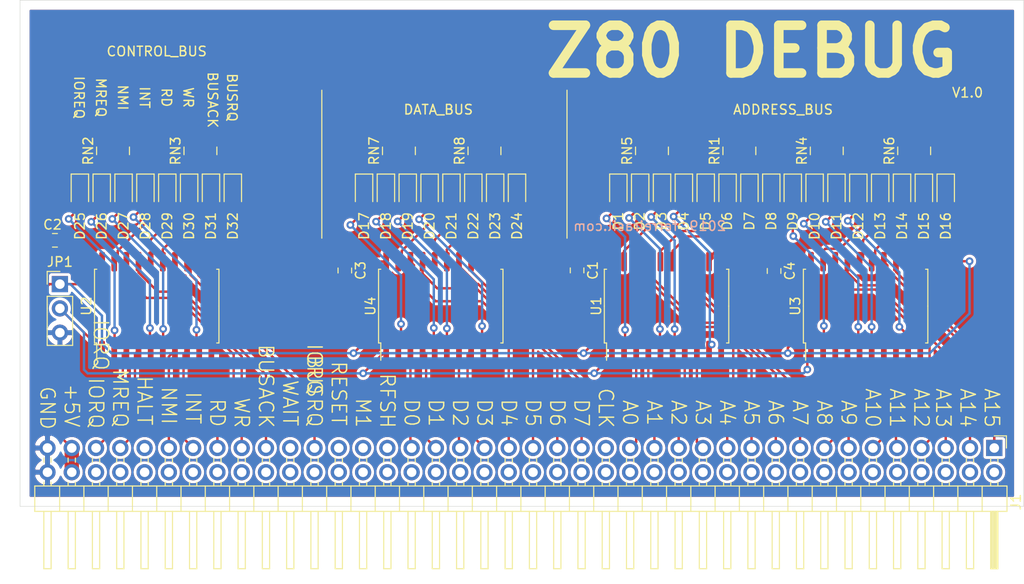
<source format=kicad_pcb>
(kicad_pcb (version 20171130) (host pcbnew 5.1.2)
  (layers (0 F.Cu signal) (31 B.Cu signal) (34 B.Paste user) (35 F.Paste user) (36 B.SilkS user) (37 F.SilkS user) (38 B.Mask user) (39 F.Mask user) (44 Edge.Cuts user))
  (net 0 "")
  (net 1 GND)
  (net 2 +5V)
  (net 3 /A0)
  (net 4 /A1)
  (net 5 /A2)
  (net 6 /A3)
  (net 7 /A4)
  (net 8 /A5)
  (net 9 /A6)
  (net 10 /A7)
  (net 11 /A8)
  (net 12 /A9)
  (net 13 /A10)
  (net 14 /A11)
  (net 15 /A12)
  (net 16 /A13)
  (net 17 /A14)
  (net 18 /A15)
  (net 19 /D0)
  (net 20 /D1)
  (net 21 /D2)
  (net 22 /D3)
  (net 23 /D4)
  (net 24 /D5)
  (net 25 /D6)
  (net 26 /D7)
  (net 27 /RD)
  (net 28 /WR)
  (net 29 /MREQ)
  (net 30 /IORQ)
  (net 31 /NMI)
  (net 32 /INT)
  (net 33 /BUSRQ)
  (net 34 /BUSACK)
  (net 35 /M1)
  (net 36 /RFSH)
  (net 37 /WAIT)
  (net 38 /HALT)
  (net 39 /RESET)
  (net 40 /CLK)
  (net 41 "Net-(D1-Pad2)")
  (net 42 "Net-(D1-Pad1)")
  (net 43 "Net-(D2-Pad2)")
  (net 44 "Net-(D2-Pad1)")
  (net 45 "Net-(D3-Pad2)")
  (net 46 "Net-(D3-Pad1)")
  (net 47 "Net-(D4-Pad2)")
  (net 48 "Net-(D4-Pad1)")
  (net 49 "Net-(D5-Pad2)")
  (net 50 "Net-(D5-Pad1)")
  (net 51 "Net-(D6-Pad2)")
  (net 52 "Net-(D6-Pad1)")
  (net 53 "Net-(D7-Pad2)")
  (net 54 "Net-(D7-Pad1)")
  (net 55 "Net-(D8-Pad2)")
  (net 56 "Net-(D8-Pad1)")
  (net 57 "Net-(D9-Pad2)")
  (net 58 "Net-(D9-Pad1)")
  (net 59 "Net-(D10-Pad2)")
  (net 60 "Net-(D10-Pad1)")
  (net 61 "Net-(D11-Pad2)")
  (net 62 "Net-(D11-Pad1)")
  (net 63 "Net-(D12-Pad2)")
  (net 64 "Net-(D12-Pad1)")
  (net 65 "Net-(D13-Pad2)")
  (net 66 "Net-(D13-Pad1)")
  (net 67 "Net-(D14-Pad2)")
  (net 68 "Net-(D14-Pad1)")
  (net 69 "Net-(D15-Pad2)")
  (net 70 "Net-(D15-Pad1)")
  (net 71 "Net-(D16-Pad2)")
  (net 72 "Net-(D16-Pad1)")
  (net 73 "Net-(D17-Pad2)")
  (net 74 "Net-(D17-Pad1)")
  (net 75 "Net-(D18-Pad2)")
  (net 76 "Net-(D18-Pad1)")
  (net 77 "Net-(D19-Pad2)")
  (net 78 "Net-(D19-Pad1)")
  (net 79 "Net-(D20-Pad2)")
  (net 80 "Net-(D20-Pad1)")
  (net 81 "Net-(D21-Pad2)")
  (net 82 "Net-(D21-Pad1)")
  (net 83 "Net-(D22-Pad2)")
  (net 84 "Net-(D22-Pad1)")
  (net 85 "Net-(D23-Pad2)")
  (net 86 "Net-(D23-Pad1)")
  (net 87 "Net-(D24-Pad2)")
  (net 88 "Net-(D24-Pad1)")
  (net 89 "Net-(D25-Pad2)")
  (net 90 "Net-(D25-Pad1)")
  (net 91 "Net-(D26-Pad2)")
  (net 92 "Net-(D26-Pad1)")
  (net 93 "Net-(D27-Pad2)")
  (net 94 "Net-(D27-Pad1)")
  (net 95 "Net-(D28-Pad2)")
  (net 96 "Net-(D28-Pad1)")
  (net 97 "Net-(D29-Pad2)")
  (net 98 "Net-(D29-Pad1)")
  (net 99 "Net-(D30-Pad2)")
  (net 100 "Net-(D30-Pad1)")
  (net 101 "Net-(D31-Pad2)")
  (net 102 "Net-(D31-Pad1)")
  (net 103 "Net-(D32-Pad2)")
  (net 104 "Net-(D32-Pad1)")
  (net 105 /OE)
  (net 106 "Net-(J1-Pad76)")
  (net 107 "Net-(J1-Pad74)")
  (net 108 "Net-(J1-Pad72)")
  (net 109 "Net-(J1-Pad70)")
  (net 110 "Net-(J1-Pad68)")
  (net 111 "Net-(J1-Pad66)")
  (net 112 "Net-(J1-Pad64)")
  (net 113 "Net-(J1-Pad62)")
  (net 114 "Net-(J1-Pad60)")
  (net 115 "Net-(J1-Pad58)")
  (net 116 "Net-(J1-Pad56)")
  (net 117 "Net-(J1-Pad54)")
  (net 118 "Net-(J1-Pad52)")
  (net 119 "Net-(J1-Pad50)")
  (net 120 "Net-(J1-Pad48)")
  (net 121 "Net-(J1-Pad46)")
  (net 122 "Net-(J1-Pad44)")
  (net 123 "Net-(J1-Pad42)")
  (net 124 "Net-(J1-Pad40)")
  (net 125 "Net-(J1-Pad38)")
  (net 126 "Net-(J1-Pad36)")
  (net 127 "Net-(J1-Pad34)")
  (net 128 "Net-(J1-Pad32)")
  (net 129 "Net-(J1-Pad30)")
  (net 130 "Net-(J1-Pad28)")
  (net 131 "Net-(J1-Pad26)")
  (net 132 "Net-(J1-Pad24)")
  (net 133 "Net-(J1-Pad22)")
  (net 134 "Net-(J1-Pad20)")
  (net 135 "Net-(J1-Pad18)")
  (net 136 "Net-(J1-Pad16)")
  (net 137 "Net-(J1-Pad14)")
  (net 138 "Net-(J1-Pad12)")
  (net 139 "Net-(J1-Pad10)")
  (net 140 "Net-(J1-Pad8)")
  (net 141 "Net-(J1-Pad6)")
  (net 142 "Net-(J1-Pad4)")
  (net 143 "Net-(J1-Pad2)")
  (module Resistor_SMD:R_Array_Concave_4x0603 (layer F.Cu) (at 148.59 80.772 90)
    (fp_text reference RN8 (at 0 -2.6 90) (layer F.SilkS))
    (fp_text value R_Pack04)
    (pad 5 smd rect (at 0.85 1.2 90) (size 0.9 0.4) (layers F.Cu F.Paste F.Mask) (net 1 GND))
    (pad 6 smd rect (at 0.85 0.4 90) (size 0.9 0.4) (layers F.Cu F.Paste F.Mask) (net 1 GND))
    (pad 7 smd rect (at 0.85 -0.4 90) (size 0.9 0.4) (layers F.Cu F.Paste F.Mask) (net 1 GND))
    (pad 8 smd rect (at 0.85 -1.2 90) (size 0.9 0.4) (layers F.Cu F.Paste F.Mask) (net 1 GND))
    (pad 4 smd rect (at -0.85 1.2 90) (size 0.9 0.4) (layers F.Cu F.Paste F.Mask) (net 88 "Net-(D24-Pad1)"))
    (pad 1 smd rect (at -0.85 -1.2 90) (size 0.9 0.4) (layers F.Cu F.Paste F.Mask) (net 82 "Net-(D21-Pad1)"))
    (pad 3 smd rect (at -0.85 0.4 90) (size 0.9 0.4) (layers F.Cu F.Paste F.Mask) (net 86 "Net-(D23-Pad1)"))
    (pad 2 smd rect (at -0.85 -0.4 90) (size 0.9 0.4) (layers F.Cu F.Paste F.Mask) (net 84 "Net-(D22-Pad1)"))
  )
  (module Resistor_SMD:R_Array_Concave_4x0603 (layer F.Cu) (at 139.64 80.772 90)
    (fp_text reference RN7 (at 0 -2.6 90) (layer F.SilkS))
    (fp_text value R_Pack04)
    (pad 5 smd rect (at 0.85 1.2 90) (size 0.9 0.4) (layers F.Cu F.Paste F.Mask) (net 1 GND))
    (pad 6 smd rect (at 0.85 0.4 90) (size 0.9 0.4) (layers F.Cu F.Paste F.Mask) (net 1 GND))
    (pad 7 smd rect (at 0.85 -0.4 90) (size 0.9 0.4) (layers F.Cu F.Paste F.Mask) (net 1 GND))
    (pad 8 smd rect (at 0.85 -1.2 90) (size 0.9 0.4) (layers F.Cu F.Paste F.Mask) (net 1 GND))
    (pad 4 smd rect (at -0.85 1.2 90) (size 0.9 0.4) (layers F.Cu F.Paste F.Mask) (net 80 "Net-(D20-Pad1)"))
    (pad 1 smd rect (at -0.85 -1.2 90) (size 0.9 0.4) (layers F.Cu F.Paste F.Mask) (net 74 "Net-(D17-Pad1)"))
    (pad 3 smd rect (at -0.85 0.4 90) (size 0.9 0.4) (layers F.Cu F.Paste F.Mask) (net 78 "Net-(D19-Pad1)"))
    (pad 2 smd rect (at -0.85 -0.4 90) (size 0.9 0.4) (layers F.Cu F.Paste F.Mask) (net 76 "Net-(D18-Pad1)"))
  )
  (module Resistor_SMD:R_Array_Concave_4x0603 (layer F.Cu) (at 193.548 80.772 90)
    (fp_text reference RN6 (at 0 -2.6 90) (layer F.SilkS))
    (fp_text value R_Pack04)
    (pad 5 smd rect (at 0.85 1.2 90) (size 0.9 0.4) (layers F.Cu F.Paste F.Mask) (net 1 GND))
    (pad 6 smd rect (at 0.85 0.4 90) (size 0.9 0.4) (layers F.Cu F.Paste F.Mask) (net 1 GND))
    (pad 7 smd rect (at 0.85 -0.4 90) (size 0.9 0.4) (layers F.Cu F.Paste F.Mask) (net 1 GND))
    (pad 8 smd rect (at 0.85 -1.2 90) (size 0.9 0.4) (layers F.Cu F.Paste F.Mask) (net 1 GND))
    (pad 4 smd rect (at -0.85 1.2 90) (size 0.9 0.4) (layers F.Cu F.Paste F.Mask) (net 72 "Net-(D16-Pad1)"))
    (pad 1 smd rect (at -0.85 -1.2 90) (size 0.9 0.4) (layers F.Cu F.Paste F.Mask) (net 66 "Net-(D13-Pad1)"))
    (pad 3 smd rect (at -0.85 0.4 90) (size 0.9 0.4) (layers F.Cu F.Paste F.Mask) (net 70 "Net-(D15-Pad1)"))
    (pad 2 smd rect (at -0.85 -0.4 90) (size 0.9 0.4) (layers F.Cu F.Paste F.Mask) (net 68 "Net-(D14-Pad1)"))
  )
  (module Resistor_SMD:R_Array_Concave_4x0603 (layer F.Cu) (at 166.116 80.772 90)
    (fp_text reference RN5 (at 0 -2.6 90) (layer F.SilkS))
    (fp_text value R_Pack04)
    (pad 5 smd rect (at 0.85 1.2 90) (size 0.9 0.4) (layers F.Cu F.Paste F.Mask) (net 1 GND))
    (pad 6 smd rect (at 0.85 0.4 90) (size 0.9 0.4) (layers F.Cu F.Paste F.Mask) (net 1 GND))
    (pad 7 smd rect (at 0.85 -0.4 90) (size 0.9 0.4) (layers F.Cu F.Paste F.Mask) (net 1 GND))
    (pad 8 smd rect (at 0.85 -1.2 90) (size 0.9 0.4) (layers F.Cu F.Paste F.Mask) (net 1 GND))
    (pad 4 smd rect (at -0.85 1.2 90) (size 0.9 0.4) (layers F.Cu F.Paste F.Mask) (net 48 "Net-(D4-Pad1)"))
    (pad 1 smd rect (at -0.85 -1.2 90) (size 0.9 0.4) (layers F.Cu F.Paste F.Mask) (net 42 "Net-(D1-Pad1)"))
    (pad 3 smd rect (at -0.85 0.4 90) (size 0.9 0.4) (layers F.Cu F.Paste F.Mask) (net 46 "Net-(D3-Pad1)"))
    (pad 2 smd rect (at -0.85 -0.4 90) (size 0.9 0.4) (layers F.Cu F.Paste F.Mask) (net 44 "Net-(D2-Pad1)"))
  )
  (module Resistor_SMD:R_Array_Concave_4x0603 (layer F.Cu) (at 184.404 80.772 90)
    (fp_text reference RN4 (at 0 -2.6 90) (layer F.SilkS))
    (fp_text value R_Pack04)
    (pad 5 smd rect (at 0.85 1.2 90) (size 0.9 0.4) (layers F.Cu F.Paste F.Mask) (net 1 GND))
    (pad 6 smd rect (at 0.85 0.4 90) (size 0.9 0.4) (layers F.Cu F.Paste F.Mask) (net 1 GND))
    (pad 7 smd rect (at 0.85 -0.4 90) (size 0.9 0.4) (layers F.Cu F.Paste F.Mask) (net 1 GND))
    (pad 8 smd rect (at 0.85 -1.2 90) (size 0.9 0.4) (layers F.Cu F.Paste F.Mask) (net 1 GND))
    (pad 4 smd rect (at -0.85 1.2 90) (size 0.9 0.4) (layers F.Cu F.Paste F.Mask) (net 64 "Net-(D12-Pad1)"))
    (pad 1 smd rect (at -0.85 -1.2 90) (size 0.9 0.4) (layers F.Cu F.Paste F.Mask) (net 58 "Net-(D9-Pad1)"))
    (pad 3 smd rect (at -0.85 0.4 90) (size 0.9 0.4) (layers F.Cu F.Paste F.Mask) (net 62 "Net-(D11-Pad1)"))
    (pad 2 smd rect (at -0.85 -0.4 90) (size 0.9 0.4) (layers F.Cu F.Paste F.Mask) (net 60 "Net-(D10-Pad1)"))
  )
  (module Resistor_SMD:R_Array_Concave_4x0603 (layer F.Cu) (at 118.872 80.772 90)
    (fp_text reference RN3 (at 0 -2.6 90) (layer F.SilkS))
    (fp_text value R_Pack04)
    (pad 5 smd rect (at 0.85 1.2 90) (size 0.9 0.4) (layers F.Cu F.Paste F.Mask) (net 1 GND))
    (pad 6 smd rect (at 0.85 0.4 90) (size 0.9 0.4) (layers F.Cu F.Paste F.Mask) (net 1 GND))
    (pad 7 smd rect (at 0.85 -0.4 90) (size 0.9 0.4) (layers F.Cu F.Paste F.Mask) (net 1 GND))
    (pad 8 smd rect (at 0.85 -1.2 90) (size 0.9 0.4) (layers F.Cu F.Paste F.Mask) (net 1 GND))
    (pad 4 smd rect (at -0.85 1.2 90) (size 0.9 0.4) (layers F.Cu F.Paste F.Mask) (net 104 "Net-(D32-Pad1)"))
    (pad 1 smd rect (at -0.85 -1.2 90) (size 0.9 0.4) (layers F.Cu F.Paste F.Mask) (net 98 "Net-(D29-Pad1)"))
    (pad 3 smd rect (at -0.85 0.4 90) (size 0.9 0.4) (layers F.Cu F.Paste F.Mask) (net 102 "Net-(D31-Pad1)"))
    (pad 2 smd rect (at -0.85 -0.4 90) (size 0.9 0.4) (layers F.Cu F.Paste F.Mask) (net 100 "Net-(D30-Pad1)"))
  )
  (module Resistor_SMD:R_Array_Concave_4x0603 (layer F.Cu) (at 109.728 80.772 90)
    (fp_text reference RN2 (at 0 -2.6 90) (layer F.SilkS))
    (fp_text value R_Pack04)
    (pad 5 smd rect (at 0.85 1.2 90) (size 0.9 0.4) (layers F.Cu F.Paste F.Mask) (net 1 GND))
    (pad 6 smd rect (at 0.85 0.4 90) (size 0.9 0.4) (layers F.Cu F.Paste F.Mask) (net 1 GND))
    (pad 7 smd rect (at 0.85 -0.4 90) (size 0.9 0.4) (layers F.Cu F.Paste F.Mask) (net 1 GND))
    (pad 8 smd rect (at 0.85 -1.2 90) (size 0.9 0.4) (layers F.Cu F.Paste F.Mask) (net 1 GND))
    (pad 4 smd rect (at -0.85 1.2 90) (size 0.9 0.4) (layers F.Cu F.Paste F.Mask) (net 96 "Net-(D28-Pad1)"))
    (pad 1 smd rect (at -0.85 -1.2 90) (size 0.9 0.4) (layers F.Cu F.Paste F.Mask) (net 90 "Net-(D25-Pad1)"))
    (pad 3 smd rect (at -0.85 0.4 90) (size 0.9 0.4) (layers F.Cu F.Paste F.Mask) (net 94 "Net-(D27-Pad1)"))
    (pad 2 smd rect (at -0.85 -0.4 90) (size 0.9 0.4) (layers F.Cu F.Paste F.Mask) (net 92 "Net-(D26-Pad1)"))
  )
  (module Resistor_SMD:R_Array_Concave_4x0603 (layer F.Cu) (at 175.26 80.772 90)
    (fp_text reference RN1 (at 0 -2.6 90) (layer F.SilkS))
    (fp_text value R_Pack04)
    (pad 5 smd rect (at 0.85 1.2 90) (size 0.9 0.4) (layers F.Cu F.Paste F.Mask) (net 1 GND))
    (pad 6 smd rect (at 0.85 0.4 90) (size 0.9 0.4) (layers F.Cu F.Paste F.Mask) (net 1 GND))
    (pad 7 smd rect (at 0.85 -0.4 90) (size 0.9 0.4) (layers F.Cu F.Paste F.Mask) (net 1 GND))
    (pad 8 smd rect (at 0.85 -1.2 90) (size 0.9 0.4) (layers F.Cu F.Paste F.Mask) (net 1 GND))
    (pad 4 smd rect (at -0.85 1.2 90) (size 0.9 0.4) (layers F.Cu F.Paste F.Mask) (net 56 "Net-(D8-Pad1)"))
    (pad 1 smd rect (at -0.85 -1.2 90) (size 0.9 0.4) (layers F.Cu F.Paste F.Mask) (net 50 "Net-(D5-Pad1)"))
    (pad 3 smd rect (at -0.85 0.4 90) (size 0.9 0.4) (layers F.Cu F.Paste F.Mask) (net 54 "Net-(D7-Pad1)"))
    (pad 2 smd rect (at -0.85 -0.4 90) (size 0.9 0.4) (layers F.Cu F.Paste F.Mask) (net 52 "Net-(D6-Pad1)"))
  )
  (module Capacitor_SMD:C_0805_2012Metric (layer F.Cu) (at 178.89 93.35 270)
    (fp_text reference C4 (at 0 -1.65 90) (layer F.SilkS))
    (fp_text value C)
    (pad 2 smd roundrect (at 0.9375 0 270) (size 0.975 1.4) (layers F.Cu F.Paste F.Mask) (net 1 GND))
    (pad 1 smd roundrect (at -0.9375 0 270) (size 0.975 1.4) (layers F.Cu F.Paste F.Mask) (net 2 +5V))
  )
  (module Capacitor_SMD:C_0805_2012Metric (layer F.Cu) (at 133.98 93.3 270)
    (fp_text reference C3 (at 0 -1.65 90) (layer F.SilkS))
    (fp_text value C)
    (pad 2 smd roundrect (at 0.9375 0 270) (size 0.975 1.4) (layers F.Cu F.Paste F.Mask) (net 1 GND))
    (pad 1 smd roundrect (at -0.9375 0 270) (size 0.975 1.4) (layers F.Cu F.Paste F.Mask) (net 2 +5V))
  )
  (module Capacitor_SMD:C_0805_2012Metric (layer F.Cu) (at 103.65 90.14 180)
    (fp_text reference C2 (at 0.25 1.64) (layer F.SilkS))
    (fp_text value C)
    (pad 2 smd roundrect (at 0.9375 0 180) (size 0.975 1.4) (layers F.Cu F.Paste F.Mask) (net 1 GND))
    (pad 1 smd roundrect (at -0.9375 0 180) (size 0.975 1.4) (layers F.Cu F.Paste F.Mask) (net 2 +5V))
  )
  (module Capacitor_SMD:C_0805_2012Metric (layer F.Cu) (at 158.28 93.29 270)
    (fp_text reference C1 (at 0 -1.65 90) (layer F.SilkS))
    (fp_text value C)
    (pad 2 smd roundrect (at 0.9375 0 270) (size 0.975 1.4) (layers F.Cu F.Paste F.Mask) (net 1 GND))
    (pad 1 smd roundrect (at -0.9375 0 270) (size 0.975 1.4) (layers F.Cu F.Paste F.Mask) (net 2 +5V))
  )
  (module Package_SO:SOIC-20W_7.5x12.8mm_P1.27mm (layer F.Cu) (at 144.018 97.028 90)
    (fp_text reference U4 (at 0 -7.35 90) (layer F.SilkS))
    (fp_text value 74HC373)
    (pad 20 smd roundrect (at 4.65 -5.715 90) (size 2.05 0.6) (layers F.Cu F.Paste F.Mask) (net 2 +5V))
    (pad 19 smd roundrect (at 4.65 -4.445 90) (size 2.05 0.6) (layers F.Cu F.Paste F.Mask) (net 81 "Net-(D21-Pad2)"))
    (pad 18 smd roundrect (at 4.65 -3.175 90) (size 2.05 0.6) (layers F.Cu F.Paste F.Mask) (net 23 /D4))
    (pad 17 smd roundrect (at 4.65 -1.905 90) (size 2.05 0.6) (layers F.Cu F.Paste F.Mask) (net 24 /D5))
    (pad 16 smd roundrect (at 4.65 -0.635 90) (size 2.05 0.6) (layers F.Cu F.Paste F.Mask) (net 83 "Net-(D22-Pad2)"))
    (pad 15 smd roundrect (at 4.65 0.635 90) (size 2.05 0.6) (layers F.Cu F.Paste F.Mask) (net 85 "Net-(D23-Pad2)"))
    (pad 14 smd roundrect (at 4.65 1.905 90) (size 2.05 0.6) (layers F.Cu F.Paste F.Mask) (net 25 /D6))
    (pad 13 smd roundrect (at 4.65 3.175 90) (size 2.05 0.6) (layers F.Cu F.Paste F.Mask) (net 26 /D7))
    (pad 12 smd roundrect (at 4.65 4.445 90) (size 2.05 0.6) (layers F.Cu F.Paste F.Mask) (net 87 "Net-(D24-Pad2)"))
    (pad 11 smd roundrect (at 4.65 5.715 90) (size 2.05 0.6) (layers F.Cu F.Paste F.Mask) (net 2 +5V))
    (pad 10 smd roundrect (at -4.65 5.715 90) (size 2.05 0.6) (layers F.Cu F.Paste F.Mask) (net 1 GND))
    (pad 9 smd roundrect (at -4.65 4.445 90) (size 2.05 0.6) (layers F.Cu F.Paste F.Mask) (net 79 "Net-(D20-Pad2)"))
    (pad 8 smd roundrect (at -4.65 3.175 90) (size 2.05 0.6) (layers F.Cu F.Paste F.Mask) (net 22 /D3))
    (pad 7 smd roundrect (at -4.65 1.905 90) (size 2.05 0.6) (layers F.Cu F.Paste F.Mask) (net 21 /D2))
    (pad 6 smd roundrect (at -4.65 0.635 90) (size 2.05 0.6) (layers F.Cu F.Paste F.Mask) (net 77 "Net-(D19-Pad2)"))
    (pad 5 smd roundrect (at -4.65 -0.635 90) (size 2.05 0.6) (layers F.Cu F.Paste F.Mask) (net 75 "Net-(D18-Pad2)"))
    (pad 4 smd roundrect (at -4.65 -1.905 90) (size 2.05 0.6) (layers F.Cu F.Paste F.Mask) (net 20 /D1))
    (pad 3 smd roundrect (at -4.65 -3.175 90) (size 2.05 0.6) (layers F.Cu F.Paste F.Mask) (net 19 /D0))
    (pad 2 smd roundrect (at -4.65 -4.445 90) (size 2.05 0.6) (layers F.Cu F.Paste F.Mask) (net 73 "Net-(D17-Pad2)"))
    (pad 1 smd roundrect (at -4.65 -5.715 90) (size 2.05 0.6) (layers F.Cu F.Paste F.Mask) (net 105 /OE))
  )
  (module Package_SO:SOIC-20W_7.5x12.8mm_P1.27mm (layer F.Cu) (at 188.468 97.028 90)
    (fp_text reference U3 (at 0 -7.35 90) (layer F.SilkS))
    (fp_text value 74HC373)
    (pad 20 smd roundrect (at 4.65 -5.715 90) (size 2.05 0.6) (layers F.Cu F.Paste F.Mask) (net 2 +5V))
    (pad 19 smd roundrect (at 4.65 -4.445 90) (size 2.05 0.6) (layers F.Cu F.Paste F.Mask) (net 65 "Net-(D13-Pad2)"))
    (pad 18 smd roundrect (at 4.65 -3.175 90) (size 2.05 0.6) (layers F.Cu F.Paste F.Mask) (net 15 /A12))
    (pad 17 smd roundrect (at 4.65 -1.905 90) (size 2.05 0.6) (layers F.Cu F.Paste F.Mask) (net 16 /A13))
    (pad 16 smd roundrect (at 4.65 -0.635 90) (size 2.05 0.6) (layers F.Cu F.Paste F.Mask) (net 67 "Net-(D14-Pad2)"))
    (pad 15 smd roundrect (at 4.65 0.635 90) (size 2.05 0.6) (layers F.Cu F.Paste F.Mask) (net 69 "Net-(D15-Pad2)"))
    (pad 14 smd roundrect (at 4.65 1.905 90) (size 2.05 0.6) (layers F.Cu F.Paste F.Mask) (net 17 /A14))
    (pad 13 smd roundrect (at 4.65 3.175 90) (size 2.05 0.6) (layers F.Cu F.Paste F.Mask) (net 18 /A15))
    (pad 12 smd roundrect (at 4.65 4.445 90) (size 2.05 0.6) (layers F.Cu F.Paste F.Mask) (net 71 "Net-(D16-Pad2)"))
    (pad 11 smd roundrect (at 4.65 5.715 90) (size 2.05 0.6) (layers F.Cu F.Paste F.Mask) (net 2 +5V))
    (pad 10 smd roundrect (at -4.65 5.715 90) (size 2.05 0.6) (layers F.Cu F.Paste F.Mask) (net 1 GND))
    (pad 9 smd roundrect (at -4.65 4.445 90) (size 2.05 0.6) (layers F.Cu F.Paste F.Mask) (net 63 "Net-(D12-Pad2)"))
    (pad 8 smd roundrect (at -4.65 3.175 90) (size 2.05 0.6) (layers F.Cu F.Paste F.Mask) (net 14 /A11))
    (pad 7 smd roundrect (at -4.65 1.905 90) (size 2.05 0.6) (layers F.Cu F.Paste F.Mask) (net 13 /A10))
    (pad 6 smd roundrect (at -4.65 0.635 90) (size 2.05 0.6) (layers F.Cu F.Paste F.Mask) (net 61 "Net-(D11-Pad2)"))
    (pad 5 smd roundrect (at -4.65 -0.635 90) (size 2.05 0.6) (layers F.Cu F.Paste F.Mask) (net 59 "Net-(D10-Pad2)"))
    (pad 4 smd roundrect (at -4.65 -1.905 90) (size 2.05 0.6) (layers F.Cu F.Paste F.Mask) (net 12 /A9))
    (pad 3 smd roundrect (at -4.65 -3.175 90) (size 2.05 0.6) (layers F.Cu F.Paste F.Mask) (net 11 /A8))
    (pad 2 smd roundrect (at -4.65 -4.445 90) (size 2.05 0.6) (layers F.Cu F.Paste F.Mask) (net 57 "Net-(D9-Pad2)"))
    (pad 1 smd roundrect (at -4.65 -5.715 90) (size 2.05 0.6) (layers F.Cu F.Paste F.Mask) (net 105 /OE))
  )
  (module Package_SO:SOIC-20W_7.5x12.8mm_P1.27mm (layer F.Cu) (at 114.3 97.028 90)
    (fp_text reference U2 (at 0 -7.35 90) (layer F.SilkS))
    (fp_text value 74HC373)
    (pad 20 smd roundrect (at 4.65 -5.715 90) (size 2.05 0.6) (layers F.Cu F.Paste F.Mask) (net 2 +5V))
    (pad 19 smd roundrect (at 4.65 -4.445 90) (size 2.05 0.6) (layers F.Cu F.Paste F.Mask) (net 97 "Net-(D29-Pad2)"))
    (pad 18 smd roundrect (at 4.65 -3.175 90) (size 2.05 0.6) (layers F.Cu F.Paste F.Mask) (net 27 /RD))
    (pad 17 smd roundrect (at 4.65 -1.905 90) (size 2.05 0.6) (layers F.Cu F.Paste F.Mask) (net 28 /WR))
    (pad 16 smd roundrect (at 4.65 -0.635 90) (size 2.05 0.6) (layers F.Cu F.Paste F.Mask) (net 99 "Net-(D30-Pad2)"))
    (pad 15 smd roundrect (at 4.65 0.635 90) (size 2.05 0.6) (layers F.Cu F.Paste F.Mask) (net 101 "Net-(D31-Pad2)"))
    (pad 14 smd roundrect (at 4.65 1.905 90) (size 2.05 0.6) (layers F.Cu F.Paste F.Mask) (net 34 /BUSACK))
    (pad 13 smd roundrect (at 4.65 3.175 90) (size 2.05 0.6) (layers F.Cu F.Paste F.Mask) (net 33 /BUSRQ))
    (pad 12 smd roundrect (at 4.65 4.445 90) (size 2.05 0.6) (layers F.Cu F.Paste F.Mask) (net 103 "Net-(D32-Pad2)"))
    (pad 11 smd roundrect (at 4.65 5.715 90) (size 2.05 0.6) (layers F.Cu F.Paste F.Mask) (net 2 +5V))
    (pad 10 smd roundrect (at -4.65 5.715 90) (size 2.05 0.6) (layers F.Cu F.Paste F.Mask) (net 1 GND))
    (pad 9 smd roundrect (at -4.65 4.445 90) (size 2.05 0.6) (layers F.Cu F.Paste F.Mask) (net 95 "Net-(D28-Pad2)"))
    (pad 8 smd roundrect (at -4.65 3.175 90) (size 2.05 0.6) (layers F.Cu F.Paste F.Mask) (net 32 /INT))
    (pad 7 smd roundrect (at -4.65 1.905 90) (size 2.05 0.6) (layers F.Cu F.Paste F.Mask) (net 31 /NMI))
    (pad 6 smd roundrect (at -4.65 0.635 90) (size 2.05 0.6) (layers F.Cu F.Paste F.Mask) (net 93 "Net-(D27-Pad2)"))
    (pad 5 smd roundrect (at -4.65 -0.635 90) (size 2.05 0.6) (layers F.Cu F.Paste F.Mask) (net 91 "Net-(D26-Pad2)"))
    (pad 4 smd roundrect (at -4.65 -1.905 90) (size 2.05 0.6) (layers F.Cu F.Paste F.Mask) (net 29 /MREQ))
    (pad 3 smd roundrect (at -4.65 -3.175 90) (size 2.05 0.6) (layers F.Cu F.Paste F.Mask) (net 30 /IORQ))
    (pad 2 smd roundrect (at -4.65 -4.445 90) (size 2.05 0.6) (layers F.Cu F.Paste F.Mask) (net 89 "Net-(D25-Pad2)"))
    (pad 1 smd roundrect (at -4.65 -5.715 90) (size 2.05 0.6) (layers F.Cu F.Paste F.Mask) (net 105 /OE))
  )
  (module Package_SO:SOIC-20W_7.5x12.8mm_P1.27mm (layer F.Cu) (at 167.64 97.028 90)
    (fp_text reference U1 (at 0 -7.35 90) (layer F.SilkS))
    (fp_text value 74HC373)
    (pad 20 smd roundrect (at 4.65 -5.715 90) (size 2.05 0.6) (layers F.Cu F.Paste F.Mask) (net 2 +5V))
    (pad 19 smd roundrect (at 4.65 -4.445 90) (size 2.05 0.6) (layers F.Cu F.Paste F.Mask) (net 49 "Net-(D5-Pad2)"))
    (pad 18 smd roundrect (at 4.65 -3.175 90) (size 2.05 0.6) (layers F.Cu F.Paste F.Mask) (net 7 /A4))
    (pad 17 smd roundrect (at 4.65 -1.905 90) (size 2.05 0.6) (layers F.Cu F.Paste F.Mask) (net 8 /A5))
    (pad 16 smd roundrect (at 4.65 -0.635 90) (size 2.05 0.6) (layers F.Cu F.Paste F.Mask) (net 51 "Net-(D6-Pad2)"))
    (pad 15 smd roundrect (at 4.65 0.635 90) (size 2.05 0.6) (layers F.Cu F.Paste F.Mask) (net 53 "Net-(D7-Pad2)"))
    (pad 14 smd roundrect (at 4.65 1.905 90) (size 2.05 0.6) (layers F.Cu F.Paste F.Mask) (net 9 /A6))
    (pad 13 smd roundrect (at 4.65 3.175 90) (size 2.05 0.6) (layers F.Cu F.Paste F.Mask) (net 10 /A7))
    (pad 12 smd roundrect (at 4.65 4.445 90) (size 2.05 0.6) (layers F.Cu F.Paste F.Mask) (net 55 "Net-(D8-Pad2)"))
    (pad 11 smd roundrect (at 4.65 5.715 90) (size 2.05 0.6) (layers F.Cu F.Paste F.Mask) (net 2 +5V))
    (pad 10 smd roundrect (at -4.65 5.715 90) (size 2.05 0.6) (layers F.Cu F.Paste F.Mask) (net 1 GND))
    (pad 9 smd roundrect (at -4.65 4.445 90) (size 2.05 0.6) (layers F.Cu F.Paste F.Mask) (net 47 "Net-(D4-Pad2)"))
    (pad 8 smd roundrect (at -4.65 3.175 90) (size 2.05 0.6) (layers F.Cu F.Paste F.Mask) (net 6 /A3))
    (pad 7 smd roundrect (at -4.65 1.905 90) (size 2.05 0.6) (layers F.Cu F.Paste F.Mask) (net 5 /A2))
    (pad 6 smd roundrect (at -4.65 0.635 90) (size 2.05 0.6) (layers F.Cu F.Paste F.Mask) (net 45 "Net-(D3-Pad2)"))
    (pad 5 smd roundrect (at -4.65 -0.635 90) (size 2.05 0.6) (layers F.Cu F.Paste F.Mask) (net 43 "Net-(D2-Pad2)"))
    (pad 4 smd roundrect (at -4.65 -1.905 90) (size 2.05 0.6) (layers F.Cu F.Paste F.Mask) (net 4 /A1))
    (pad 3 smd roundrect (at -4.65 -3.175 90) (size 2.05 0.6) (layers F.Cu F.Paste F.Mask) (net 3 /A0))
    (pad 2 smd roundrect (at -4.65 -4.445 90) (size 2.05 0.6) (layers F.Cu F.Paste F.Mask) (net 41 "Net-(D1-Pad2)"))
    (pad 1 smd roundrect (at -4.65 -5.715 90) (size 2.05 0.6) (layers F.Cu F.Paste F.Mask) (net 105 /OE))
  )
  (module Connector_PinHeader_2.54mm:PinHeader_1x03_P2.54mm_Vertical (layer F.Cu) (at 104.17 94.73)
    (fp_text reference JP1 (at 0 -2.33) (layer F.SilkS))
    (fp_text value Jumper_NC_Dual)
    (pad 3 thru_hole oval (at 0 5.08) (size 1.7 1.7) (drill 1) (layers *.Cu *.Mask) (net 1 GND))
    (pad 2 thru_hole oval (at 0 2.54) (size 1.7 1.7) (drill 1) (layers *.Cu *.Mask) (net 105 /OE))
    (pad 1 thru_hole rect (at 0 0) (size 1.7 1.7) (drill 1) (layers *.Cu *.Mask) (net 2 +5V))
  )
  (module LED_SMD:LED_0805_2012Metric_Castellated (layer F.Cu) (at 122.262 85.088 270)
    (fp_text reference D32 (at 3.556 0 90) (layer F.SilkS))
    (fp_text value LED)
    (pad 2 smd roundrect (at 0.9625 0 270) (size 1.325 1.3) (layers F.Cu F.Paste F.Mask) (roundrect_rratio 0.192308) (net 103 "Net-(D32-Pad2)"))
    (pad 1 smd roundrect (at -0.9625 0 270) (size 1.325 1.3) (layers F.Cu F.Paste F.Mask) (roundrect_rratio 0.192308) (net 104 "Net-(D32-Pad1)"))
  )
  (module LED_SMD:LED_0805_2012Metric_Castellated (layer F.Cu) (at 119.976 85.088 270)
    (fp_text reference D31 (at 3.556 0 90) (layer F.SilkS))
    (fp_text value LED)
    (pad 2 smd roundrect (at 0.9625 0 270) (size 1.325 1.3) (layers F.Cu F.Paste F.Mask) (roundrect_rratio 0.192308) (net 101 "Net-(D31-Pad2)"))
    (pad 1 smd roundrect (at -0.9625 0 270) (size 1.325 1.3) (layers F.Cu F.Paste F.Mask) (roundrect_rratio 0.192308) (net 102 "Net-(D31-Pad1)"))
  )
  (module LED_SMD:LED_0805_2012Metric_Castellated (layer F.Cu) (at 117.69 85.088 270)
    (fp_text reference D30 (at 3.556 0 90) (layer F.SilkS))
    (fp_text value LED)
    (pad 2 smd roundrect (at 0.9625 0 270) (size 1.325 1.3) (layers F.Cu F.Paste F.Mask) (roundrect_rratio 0.192308) (net 99 "Net-(D30-Pad2)"))
    (pad 1 smd roundrect (at -0.9625 0 270) (size 1.325 1.3) (layers F.Cu F.Paste F.Mask) (roundrect_rratio 0.192308) (net 100 "Net-(D30-Pad1)"))
  )
  (module LED_SMD:LED_0805_2012Metric_Castellated (layer F.Cu) (at 115.404 85.088 270)
    (fp_text reference D29 (at 3.556 0 90) (layer F.SilkS))
    (fp_text value LED)
    (pad 2 smd roundrect (at 0.9625 0 270) (size 1.325 1.3) (layers F.Cu F.Paste F.Mask) (roundrect_rratio 0.192308) (net 97 "Net-(D29-Pad2)"))
    (pad 1 smd roundrect (at -0.9625 0 270) (size 1.325 1.3) (layers F.Cu F.Paste F.Mask) (roundrect_rratio 0.192308) (net 98 "Net-(D29-Pad1)"))
  )
  (module LED_SMD:LED_0805_2012Metric_Castellated (layer F.Cu) (at 113.118 85.088 270)
    (fp_text reference D28 (at 3.556 0 90) (layer F.SilkS))
    (fp_text value LED)
    (pad 2 smd roundrect (at 0.9625 0 270) (size 1.325 1.3) (layers F.Cu F.Paste F.Mask) (roundrect_rratio 0.192308) (net 95 "Net-(D28-Pad2)"))
    (pad 1 smd roundrect (at -0.9625 0 270) (size 1.325 1.3) (layers F.Cu F.Paste F.Mask) (roundrect_rratio 0.192308) (net 96 "Net-(D28-Pad1)"))
  )
  (module LED_SMD:LED_0805_2012Metric_Castellated (layer F.Cu) (at 110.832 85.088 270)
    (fp_text reference D27 (at 3.556 0 90) (layer F.SilkS))
    (fp_text value LED)
    (pad 2 smd roundrect (at 0.9625 0 270) (size 1.325 1.3) (layers F.Cu F.Paste F.Mask) (roundrect_rratio 0.192308) (net 93 "Net-(D27-Pad2)"))
    (pad 1 smd roundrect (at -0.9625 0 270) (size 1.325 1.3) (layers F.Cu F.Paste F.Mask) (roundrect_rratio 0.192308) (net 94 "Net-(D27-Pad1)"))
  )
  (module LED_SMD:LED_0805_2012Metric_Castellated (layer F.Cu) (at 108.546 85.088 270)
    (fp_text reference D26 (at 3.556 0 90) (layer F.SilkS))
    (fp_text value LED)
    (pad 2 smd roundrect (at 0.9625 0 270) (size 1.325 1.3) (layers F.Cu F.Paste F.Mask) (roundrect_rratio 0.192308) (net 91 "Net-(D26-Pad2)"))
    (pad 1 smd roundrect (at -0.9625 0 270) (size 1.325 1.3) (layers F.Cu F.Paste F.Mask) (roundrect_rratio 0.192308) (net 92 "Net-(D26-Pad1)"))
  )
  (module LED_SMD:LED_0805_2012Metric_Castellated (layer F.Cu) (at 106.26 85.088 270)
    (fp_text reference D25 (at 3.556 0 90) (layer F.SilkS))
    (fp_text value LED)
    (pad 2 smd roundrect (at 0.9625 0 270) (size 1.325 1.3) (layers F.Cu F.Paste F.Mask) (roundrect_rratio 0.192308) (net 89 "Net-(D25-Pad2)"))
    (pad 1 smd roundrect (at -0.9625 0 270) (size 1.325 1.3) (layers F.Cu F.Paste F.Mask) (roundrect_rratio 0.192308) (net 90 "Net-(D25-Pad1)"))
  )
  (module LED_SMD:LED_0805_2012Metric_Castellated (layer F.Cu) (at 151.994 85.088 270)
    (fp_text reference D24 (at 3.556 0 90) (layer F.SilkS))
    (fp_text value LED)
    (pad 2 smd roundrect (at 0.9625 0 270) (size 1.325 1.3) (layers F.Cu F.Paste F.Mask) (roundrect_rratio 0.192308) (net 87 "Net-(D24-Pad2)"))
    (pad 1 smd roundrect (at -0.9625 0 270) (size 1.325 1.3) (layers F.Cu F.Paste F.Mask) (roundrect_rratio 0.192308) (net 88 "Net-(D24-Pad1)"))
  )
  (module LED_SMD:LED_0805_2012Metric_Castellated (layer F.Cu) (at 149.708 85.088 270)
    (fp_text reference D23 (at 3.556 0 90) (layer F.SilkS))
    (fp_text value LED)
    (pad 2 smd roundrect (at 0.9625 0 270) (size 1.325 1.3) (layers F.Cu F.Paste F.Mask) (roundrect_rratio 0.192308) (net 85 "Net-(D23-Pad2)"))
    (pad 1 smd roundrect (at -0.9625 0 270) (size 1.325 1.3) (layers F.Cu F.Paste F.Mask) (roundrect_rratio 0.192308) (net 86 "Net-(D23-Pad1)"))
  )
  (module LED_SMD:LED_0805_2012Metric_Castellated (layer F.Cu) (at 147.422 85.088 270)
    (fp_text reference D22 (at 3.556 0 90) (layer F.SilkS))
    (fp_text value LED)
    (pad 2 smd roundrect (at 0.9625 0 270) (size 1.325 1.3) (layers F.Cu F.Paste F.Mask) (roundrect_rratio 0.192308) (net 83 "Net-(D22-Pad2)"))
    (pad 1 smd roundrect (at -0.9625 0 270) (size 1.325 1.3) (layers F.Cu F.Paste F.Mask) (roundrect_rratio 0.192308) (net 84 "Net-(D22-Pad1)"))
  )
  (module LED_SMD:LED_0805_2012Metric_Castellated (layer F.Cu) (at 145.136 85.088 270)
    (fp_text reference D21 (at 3.556 0 90) (layer F.SilkS))
    (fp_text value LED)
    (pad 2 smd roundrect (at 0.9625 0 270) (size 1.325 1.3) (layers F.Cu F.Paste F.Mask) (roundrect_rratio 0.192308) (net 81 "Net-(D21-Pad2)"))
    (pad 1 smd roundrect (at -0.9625 0 270) (size 1.325 1.3) (layers F.Cu F.Paste F.Mask) (roundrect_rratio 0.192308) (net 82 "Net-(D21-Pad1)"))
  )
  (module LED_SMD:LED_0805_2012Metric_Castellated (layer F.Cu) (at 142.85 85.088 270)
    (fp_text reference D20 (at 3.556 0 90) (layer F.SilkS))
    (fp_text value LED)
    (pad 2 smd roundrect (at 0.9625 0 270) (size 1.325 1.3) (layers F.Cu F.Paste F.Mask) (roundrect_rratio 0.192308) (net 79 "Net-(D20-Pad2)"))
    (pad 1 smd roundrect (at -0.9625 0 270) (size 1.325 1.3) (layers F.Cu F.Paste F.Mask) (roundrect_rratio 0.192308) (net 80 "Net-(D20-Pad1)"))
  )
  (module LED_SMD:LED_0805_2012Metric_Castellated (layer F.Cu) (at 140.564 85.088 270)
    (fp_text reference D19 (at 3.556 0 90) (layer F.SilkS))
    (fp_text value LED)
    (pad 2 smd roundrect (at 0.9625 0 270) (size 1.325 1.3) (layers F.Cu F.Paste F.Mask) (roundrect_rratio 0.192308) (net 77 "Net-(D19-Pad2)"))
    (pad 1 smd roundrect (at -0.9625 0 270) (size 1.325 1.3) (layers F.Cu F.Paste F.Mask) (roundrect_rratio 0.192308) (net 78 "Net-(D19-Pad1)"))
  )
  (module LED_SMD:LED_0805_2012Metric_Castellated (layer F.Cu) (at 138.278 85.088 270)
    (fp_text reference D18 (at 3.556 0 90) (layer F.SilkS))
    (fp_text value LED)
    (pad 2 smd roundrect (at 0.9625 0 270) (size 1.325 1.3) (layers F.Cu F.Paste F.Mask) (roundrect_rratio 0.192308) (net 75 "Net-(D18-Pad2)"))
    (pad 1 smd roundrect (at -0.9625 0 270) (size 1.325 1.3) (layers F.Cu F.Paste F.Mask) (roundrect_rratio 0.192308) (net 76 "Net-(D18-Pad1)"))
  )
  (module LED_SMD:LED_0805_2012Metric_Castellated (layer F.Cu) (at 135.992 85.088 270)
    (fp_text reference D17 (at 3.556 0 90) (layer F.SilkS))
    (fp_text value LED)
    (pad 2 smd roundrect (at 0.9625 0 270) (size 1.325 1.3) (layers F.Cu F.Paste F.Mask) (roundrect_rratio 0.192308) (net 73 "Net-(D17-Pad2)"))
    (pad 1 smd roundrect (at -0.9625 0 270) (size 1.325 1.3) (layers F.Cu F.Paste F.Mask) (roundrect_rratio 0.192308) (net 74 "Net-(D17-Pad1)"))
  )
  (module LED_SMD:LED_0805_2012Metric_Castellated (layer F.Cu) (at 196.85 85.09 270)
    (fp_text reference D16 (at 3.556 0 90) (layer F.SilkS))
    (fp_text value LED)
    (pad 2 smd roundrect (at 0.9625 0 270) (size 1.325 1.3) (layers F.Cu F.Paste F.Mask) (roundrect_rratio 0.192308) (net 71 "Net-(D16-Pad2)"))
    (pad 1 smd roundrect (at -0.9625 0 270) (size 1.325 1.3) (layers F.Cu F.Paste F.Mask) (roundrect_rratio 0.192308) (net 72 "Net-(D16-Pad1)"))
  )
  (module LED_SMD:LED_0805_2012Metric_Castellated (layer F.Cu) (at 194.564 85.09 270)
    (fp_text reference D15 (at 3.556 0 90) (layer F.SilkS))
    (fp_text value LED)
    (pad 2 smd roundrect (at 0.9625 0 270) (size 1.325 1.3) (layers F.Cu F.Paste F.Mask) (roundrect_rratio 0.192308) (net 69 "Net-(D15-Pad2)"))
    (pad 1 smd roundrect (at -0.9625 0 270) (size 1.325 1.3) (layers F.Cu F.Paste F.Mask) (roundrect_rratio 0.192308) (net 70 "Net-(D15-Pad1)"))
  )
  (module LED_SMD:LED_0805_2012Metric_Castellated (layer F.Cu) (at 192.278 85.09 270)
    (fp_text reference D14 (at 3.556 0 90) (layer F.SilkS))
    (fp_text value LED)
    (pad 2 smd roundrect (at 0.9625 0 270) (size 1.325 1.3) (layers F.Cu F.Paste F.Mask) (roundrect_rratio 0.192308) (net 67 "Net-(D14-Pad2)"))
    (pad 1 smd roundrect (at -0.9625 0 270) (size 1.325 1.3) (layers F.Cu F.Paste F.Mask) (roundrect_rratio 0.192308) (net 68 "Net-(D14-Pad1)"))
  )
  (module LED_SMD:LED_0805_2012Metric_Castellated (layer F.Cu) (at 189.992 85.09 270)
    (fp_text reference D13 (at 3.556 0 90) (layer F.SilkS))
    (fp_text value LED)
    (pad 2 smd roundrect (at 0.9625 0 270) (size 1.325 1.3) (layers F.Cu F.Paste F.Mask) (roundrect_rratio 0.192308) (net 65 "Net-(D13-Pad2)"))
    (pad 1 smd roundrect (at -0.9625 0 270) (size 1.325 1.3) (layers F.Cu F.Paste F.Mask) (roundrect_rratio 0.192308) (net 66 "Net-(D13-Pad1)"))
  )
  (module LED_SMD:LED_0805_2012Metric_Castellated (layer F.Cu) (at 187.706 85.09 270)
    (fp_text reference D12 (at 3.556 0 90) (layer F.SilkS))
    (fp_text value LED)
    (pad 2 smd roundrect (at 0.9625 0 270) (size 1.325 1.3) (layers F.Cu F.Paste F.Mask) (roundrect_rratio 0.192308) (net 63 "Net-(D12-Pad2)"))
    (pad 1 smd roundrect (at -0.9625 0 270) (size 1.325 1.3) (layers F.Cu F.Paste F.Mask) (roundrect_rratio 0.192308) (net 64 "Net-(D12-Pad1)"))
  )
  (module LED_SMD:LED_0805_2012Metric_Castellated (layer F.Cu) (at 185.42 85.09 270)
    (fp_text reference D11 (at 3.556 0 90) (layer F.SilkS))
    (fp_text value LED)
    (pad 2 smd roundrect (at 0.9625 0 270) (size 1.325 1.3) (layers F.Cu F.Paste F.Mask) (roundrect_rratio 0.192308) (net 61 "Net-(D11-Pad2)"))
    (pad 1 smd roundrect (at -0.9625 0 270) (size 1.325 1.3) (layers F.Cu F.Paste F.Mask) (roundrect_rratio 0.192308) (net 62 "Net-(D11-Pad1)"))
  )
  (module LED_SMD:LED_0805_2012Metric_Castellated (layer F.Cu) (at 183.134 85.09 270)
    (fp_text reference D10 (at 3.556 0 90) (layer F.SilkS))
    (fp_text value LED)
    (pad 2 smd roundrect (at 0.9625 0 270) (size 1.325 1.3) (layers F.Cu F.Paste F.Mask) (roundrect_rratio 0.192308) (net 59 "Net-(D10-Pad2)"))
    (pad 1 smd roundrect (at -0.9625 0 270) (size 1.325 1.3) (layers F.Cu F.Paste F.Mask) (roundrect_rratio 0.192308) (net 60 "Net-(D10-Pad1)"))
  )
  (module LED_SMD:LED_0805_2012Metric_Castellated (layer F.Cu) (at 180.848 85.09 270)
    (fp_text reference D9 (at 3.048 0 90) (layer F.SilkS))
    (fp_text value LED)
    (pad 2 smd roundrect (at 0.9625 0 270) (size 1.325 1.3) (layers F.Cu F.Paste F.Mask) (roundrect_rratio 0.192308) (net 57 "Net-(D9-Pad2)"))
    (pad 1 smd roundrect (at -0.9625 0 270) (size 1.325 1.3) (layers F.Cu F.Paste F.Mask) (roundrect_rratio 0.192308) (net 58 "Net-(D9-Pad1)"))
  )
  (module LED_SMD:LED_0805_2012Metric_Castellated (layer F.Cu) (at 178.598 85.086 270)
    (fp_text reference D8 (at 3.048 0 90) (layer F.SilkS))
    (fp_text value LED)
    (pad 2 smd roundrect (at 0.9625 0 270) (size 1.325 1.3) (layers F.Cu F.Paste F.Mask) (roundrect_rratio 0.192308) (net 55 "Net-(D8-Pad2)"))
    (pad 1 smd roundrect (at -0.9625 0 270) (size 1.325 1.3) (layers F.Cu F.Paste F.Mask) (roundrect_rratio 0.192308) (net 56 "Net-(D8-Pad1)"))
  )
  (module LED_SMD:LED_0805_2012Metric_Castellated (layer F.Cu) (at 176.312 85.086 270)
    (fp_text reference D7 (at 3.048 0 90) (layer F.SilkS))
    (fp_text value LED)
    (pad 2 smd roundrect (at 0.9625 0 270) (size 1.325 1.3) (layers F.Cu F.Paste F.Mask) (roundrect_rratio 0.192308) (net 53 "Net-(D7-Pad2)"))
    (pad 1 smd roundrect (at -0.9625 0 270) (size 1.325 1.3) (layers F.Cu F.Paste F.Mask) (roundrect_rratio 0.192308) (net 54 "Net-(D7-Pad1)"))
  )
  (module LED_SMD:LED_0805_2012Metric_Castellated (layer F.Cu) (at 174.026 85.086 270)
    (fp_text reference D6 (at 3.048 0.0535 90) (layer F.SilkS))
    (fp_text value LED)
    (pad 2 smd roundrect (at 0.9625 0 270) (size 1.325 1.3) (layers F.Cu F.Paste F.Mask) (roundrect_rratio 0.192308) (net 51 "Net-(D6-Pad2)"))
    (pad 1 smd roundrect (at -0.9625 0 270) (size 1.325 1.3) (layers F.Cu F.Paste F.Mask) (roundrect_rratio 0.192308) (net 52 "Net-(D6-Pad1)"))
  )
  (module LED_SMD:LED_0805_2012Metric_Castellated (layer F.Cu) (at 171.74 85.086 270)
    (fp_text reference D5 (at 3.048 0 90) (layer F.SilkS))
    (fp_text value LED)
    (pad 2 smd roundrect (at 0.9625 0 270) (size 1.325 1.3) (layers F.Cu F.Paste F.Mask) (roundrect_rratio 0.192308) (net 49 "Net-(D5-Pad2)"))
    (pad 1 smd roundrect (at -0.9625 0 270) (size 1.325 1.3) (layers F.Cu F.Paste F.Mask) (roundrect_rratio 0.192308) (net 50 "Net-(D5-Pad1)"))
  )
  (module LED_SMD:LED_0805_2012Metric_Castellated (layer F.Cu) (at 169.454 85.086 270)
    (fp_text reference D4 (at 3.048 0 90) (layer F.SilkS))
    (fp_text value LED)
    (pad 2 smd roundrect (at 0.9625 0 270) (size 1.325 1.3) (layers F.Cu F.Paste F.Mask) (roundrect_rratio 0.192308) (net 47 "Net-(D4-Pad2)"))
    (pad 1 smd roundrect (at -0.9625 0 270) (size 1.325 1.3) (layers F.Cu F.Paste F.Mask) (roundrect_rratio 0.192308) (net 48 "Net-(D4-Pad1)"))
  )
  (module LED_SMD:LED_0805_2012Metric_Castellated (layer F.Cu) (at 167.168 85.086 270)
    (fp_text reference D3 (at 3.048 0.0535 90) (layer F.SilkS))
    (fp_text value LED)
    (pad 2 smd roundrect (at 0.9625 0 270) (size 1.325 1.3) (layers F.Cu F.Paste F.Mask) (roundrect_rratio 0.192308) (net 45 "Net-(D3-Pad2)"))
    (pad 1 smd roundrect (at -0.9625 0 270) (size 1.325 1.3) (layers F.Cu F.Paste F.Mask) (roundrect_rratio 0.192308) (net 46 "Net-(D3-Pad1)"))
  )
  (module LED_SMD:LED_0805_2012Metric_Castellated (layer F.Cu) (at 164.882 85.086 270)
    (fp_text reference D2 (at 3.048 0.0535 90) (layer F.SilkS))
    (fp_text value LED)
    (pad 2 smd roundrect (at 0.9625 0 270) (size 1.325 1.3) (layers F.Cu F.Paste F.Mask) (roundrect_rratio 0.192308) (net 43 "Net-(D2-Pad2)"))
    (pad 1 smd roundrect (at -0.9625 0 270) (size 1.325 1.3) (layers F.Cu F.Paste F.Mask) (roundrect_rratio 0.192308) (net 44 "Net-(D2-Pad1)"))
  )
  (module LED_SMD:LED_0805_2012Metric_Castellated (layer F.Cu) (at 162.596 85.086 270)
    (fp_text reference D1 (at 3.048 0 90) (layer F.SilkS))
    (fp_text value LED)
    (pad 2 smd roundrect (at 0.9625 0 270) (size 1.325 1.3) (layers F.Cu F.Paste F.Mask) (roundrect_rratio 0.192308) (net 41 "Net-(D1-Pad2)"))
    (pad 1 smd roundrect (at -0.9625 0 270) (size 1.325 1.3) (layers F.Cu F.Paste F.Mask) (roundrect_rratio 0.192308) (net 42 "Net-(D1-Pad1)"))
  )
  (module Connector_PinHeader_2.54mm:PinHeader_2x40_P2.54mm_Horizontal (layer F.Cu) (at 201.93 111.887 270)
    (fp_text reference J1 (at 5.655 -2.27 90) (layer F.SilkS))
    (fp_text value Conn_02x40_Odd_Even)
    (pad 80 thru_hole oval (at 2.54 99.06 270) (size 1.7 1.7) (drill 1) (layers *.Cu *.Mask) (net 1 GND))
    (pad 79 thru_hole oval (at 0 99.06 270) (size 1.7 1.7) (drill 1) (layers *.Cu *.Mask) (net 1 GND))
    (pad 78 thru_hole oval (at 2.54 96.52 270) (size 1.7 1.7) (drill 1) (layers *.Cu *.Mask) (net 2 +5V))
    (pad 77 thru_hole oval (at 0 96.52 270) (size 1.7 1.7) (drill 1) (layers *.Cu *.Mask) (net 2 +5V))
    (pad 76 thru_hole oval (at 2.54 93.98 270) (size 1.7 1.7) (drill 1) (layers *.Cu *.Mask) (net 106 "Net-(J1-Pad76)"))
    (pad 75 thru_hole oval (at 0 93.98 270) (size 1.7 1.7) (drill 1) (layers *.Cu *.Mask) (net 30 /IORQ))
    (pad 74 thru_hole oval (at 2.54 91.44 270) (size 1.7 1.7) (drill 1) (layers *.Cu *.Mask) (net 107 "Net-(J1-Pad74)"))
    (pad 73 thru_hole oval (at 0 91.44 270) (size 1.7 1.7) (drill 1) (layers *.Cu *.Mask) (net 29 /MREQ))
    (pad 72 thru_hole oval (at 2.54 88.9 270) (size 1.7 1.7) (drill 1) (layers *.Cu *.Mask) (net 108 "Net-(J1-Pad72)"))
    (pad 71 thru_hole oval (at 0 88.9 270) (size 1.7 1.7) (drill 1) (layers *.Cu *.Mask) (net 38 /HALT))
    (pad 70 thru_hole oval (at 2.54 86.36 270) (size 1.7 1.7) (drill 1) (layers *.Cu *.Mask) (net 109 "Net-(J1-Pad70)"))
    (pad 69 thru_hole oval (at 0 86.36 270) (size 1.7 1.7) (drill 1) (layers *.Cu *.Mask) (net 31 /NMI))
    (pad 68 thru_hole oval (at 2.54 83.82 270) (size 1.7 1.7) (drill 1) (layers *.Cu *.Mask) (net 110 "Net-(J1-Pad68)"))
    (pad 67 thru_hole oval (at 0 83.82 270) (size 1.7 1.7) (drill 1) (layers *.Cu *.Mask) (net 32 /INT))
    (pad 66 thru_hole oval (at 2.54 81.28 270) (size 1.7 1.7) (drill 1) (layers *.Cu *.Mask) (net 111 "Net-(J1-Pad66)"))
    (pad 65 thru_hole oval (at 0 81.28 270) (size 1.7 1.7) (drill 1) (layers *.Cu *.Mask) (net 27 /RD))
    (pad 64 thru_hole oval (at 2.54 78.74 270) (size 1.7 1.7) (drill 1) (layers *.Cu *.Mask) (net 112 "Net-(J1-Pad64)"))
    (pad 63 thru_hole oval (at 0 78.74 270) (size 1.7 1.7) (drill 1) (layers *.Cu *.Mask) (net 28 /WR))
    (pad 62 thru_hole oval (at 2.54 76.2 270) (size 1.7 1.7) (drill 1) (layers *.Cu *.Mask) (net 113 "Net-(J1-Pad62)"))
    (pad 61 thru_hole oval (at 0 76.2 270) (size 1.7 1.7) (drill 1) (layers *.Cu *.Mask) (net 34 /BUSACK))
    (pad 60 thru_hole oval (at 2.54 73.66 270) (size 1.7 1.7) (drill 1) (layers *.Cu *.Mask) (net 114 "Net-(J1-Pad60)"))
    (pad 59 thru_hole oval (at 0 73.66 270) (size 1.7 1.7) (drill 1) (layers *.Cu *.Mask) (net 37 /WAIT))
    (pad 58 thru_hole oval (at 2.54 71.12 270) (size 1.7 1.7) (drill 1) (layers *.Cu *.Mask) (net 115 "Net-(J1-Pad58)"))
    (pad 57 thru_hole oval (at 0 71.12 270) (size 1.7 1.7) (drill 1) (layers *.Cu *.Mask) (net 33 /BUSRQ))
    (pad 56 thru_hole oval (at 2.54 68.58 270) (size 1.7 1.7) (drill 1) (layers *.Cu *.Mask) (net 116 "Net-(J1-Pad56)"))
    (pad 55 thru_hole oval (at 0 68.58 270) (size 1.7 1.7) (drill 1) (layers *.Cu *.Mask) (net 39 /RESET))
    (pad 54 thru_hole oval (at 2.54 66.04 270) (size 1.7 1.7) (drill 1) (layers *.Cu *.Mask) (net 117 "Net-(J1-Pad54)"))
    (pad 53 thru_hole oval (at 0 66.04 270) (size 1.7 1.7) (drill 1) (layers *.Cu *.Mask) (net 35 /M1))
    (pad 52 thru_hole oval (at 2.54 63.5 270) (size 1.7 1.7) (drill 1) (layers *.Cu *.Mask) (net 118 "Net-(J1-Pad52)"))
    (pad 51 thru_hole oval (at 0 63.5 270) (size 1.7 1.7) (drill 1) (layers *.Cu *.Mask) (net 36 /RFSH))
    (pad 50 thru_hole oval (at 2.54 60.96 270) (size 1.7 1.7) (drill 1) (layers *.Cu *.Mask) (net 119 "Net-(J1-Pad50)"))
    (pad 49 thru_hole oval (at 0 60.96 270) (size 1.7 1.7) (drill 1) (layers *.Cu *.Mask) (net 19 /D0))
    (pad 48 thru_hole oval (at 2.54 58.42 270) (size 1.7 1.7) (drill 1) (layers *.Cu *.Mask) (net 120 "Net-(J1-Pad48)"))
    (pad 47 thru_hole oval (at 0 58.42 270) (size 1.7 1.7) (drill 1) (layers *.Cu *.Mask) (net 20 /D1))
    (pad 46 thru_hole oval (at 2.54 55.88 270) (size 1.7 1.7) (drill 1) (layers *.Cu *.Mask) (net 121 "Net-(J1-Pad46)"))
    (pad 45 thru_hole oval (at 0 55.88 270) (size 1.7 1.7) (drill 1) (layers *.Cu *.Mask) (net 21 /D2))
    (pad 44 thru_hole oval (at 2.54 53.34 270) (size 1.7 1.7) (drill 1) (layers *.Cu *.Mask) (net 122 "Net-(J1-Pad44)"))
    (pad 43 thru_hole oval (at 0 53.34 270) (size 1.7 1.7) (drill 1) (layers *.Cu *.Mask) (net 22 /D3))
    (pad 42 thru_hole oval (at 2.54 50.8 270) (size 1.7 1.7) (drill 1) (layers *.Cu *.Mask) (net 123 "Net-(J1-Pad42)"))
    (pad 41 thru_hole oval (at 0 50.8 270) (size 1.7 1.7) (drill 1) (layers *.Cu *.Mask) (net 23 /D4))
    (pad 40 thru_hole oval (at 2.54 48.26 270) (size 1.7 1.7) (drill 1) (layers *.Cu *.Mask) (net 124 "Net-(J1-Pad40)"))
    (pad 39 thru_hole oval (at 0 48.26 270) (size 1.7 1.7) (drill 1) (layers *.Cu *.Mask) (net 24 /D5))
    (pad 38 thru_hole oval (at 2.54 45.72 270) (size 1.7 1.7) (drill 1) (layers *.Cu *.Mask) (net 125 "Net-(J1-Pad38)"))
    (pad 37 thru_hole oval (at 0 45.72 270) (size 1.7 1.7) (drill 1) (layers *.Cu *.Mask) (net 25 /D6))
    (pad 36 thru_hole oval (at 2.54 43.18 270) (size 1.7 1.7) (drill 1) (layers *.Cu *.Mask) (net 126 "Net-(J1-Pad36)"))
    (pad 35 thru_hole oval (at 0 43.18 270) (size 1.7 1.7) (drill 1) (layers *.Cu *.Mask) (net 26 /D7))
    (pad 34 thru_hole oval (at 2.54 40.64 270) (size 1.7 1.7) (drill 1) (layers *.Cu *.Mask) (net 127 "Net-(J1-Pad34)"))
    (pad 33 thru_hole oval (at 0 40.64 270) (size 1.7 1.7) (drill 1) (layers *.Cu *.Mask) (net 40 /CLK))
    (pad 32 thru_hole oval (at 2.54 38.1 270) (size 1.7 1.7) (drill 1) (layers *.Cu *.Mask) (net 128 "Net-(J1-Pad32)"))
    (pad 31 thru_hole oval (at 0 38.1 270) (size 1.7 1.7) (drill 1) (layers *.Cu *.Mask) (net 3 /A0))
    (pad 30 thru_hole oval (at 2.54 35.56 270) (size 1.7 1.7) (drill 1) (layers *.Cu *.Mask) (net 129 "Net-(J1-Pad30)"))
    (pad 29 thru_hole oval (at 0 35.56 270) (size 1.7 1.7) (drill 1) (layers *.Cu *.Mask) (net 4 /A1))
    (pad 28 thru_hole oval (at 2.54 33.02 270) (size 1.7 1.7) (drill 1) (layers *.Cu *.Mask) (net 130 "Net-(J1-Pad28)"))
    (pad 27 thru_hole oval (at 0 33.02 270) (size 1.7 1.7) (drill 1) (layers *.Cu *.Mask) (net 5 /A2))
    (pad 26 thru_hole oval (at 2.54 30.48 270) (size 1.7 1.7) (drill 1) (layers *.Cu *.Mask) (net 131 "Net-(J1-Pad26)"))
    (pad 25 thru_hole oval (at 0 30.48 270) (size 1.7 1.7) (drill 1) (layers *.Cu *.Mask) (net 6 /A3))
    (pad 24 thru_hole oval (at 2.54 27.94 270) (size 1.7 1.7) (drill 1) (layers *.Cu *.Mask) (net 132 "Net-(J1-Pad24)"))
    (pad 23 thru_hole oval (at 0 27.94 270) (size 1.7 1.7) (drill 1) (layers *.Cu *.Mask) (net 7 /A4))
    (pad 22 thru_hole oval (at 2.54 25.4 270) (size 1.7 1.7) (drill 1) (layers *.Cu *.Mask) (net 133 "Net-(J1-Pad22)"))
    (pad 21 thru_hole oval (at 0 25.4 270) (size 1.7 1.7) (drill 1) (layers *.Cu *.Mask) (net 8 /A5))
    (pad 20 thru_hole oval (at 2.54 22.86 270) (size 1.7 1.7) (drill 1) (layers *.Cu *.Mask) (net 134 "Net-(J1-Pad20)"))
    (pad 19 thru_hole oval (at 0 22.86 270) (size 1.7 1.7) (drill 1) (layers *.Cu *.Mask) (net 9 /A6))
    (pad 18 thru_hole oval (at 2.54 20.32 270) (size 1.7 1.7) (drill 1) (layers *.Cu *.Mask) (net 135 "Net-(J1-Pad18)"))
    (pad 17 thru_hole oval (at 0 20.32 270) (size 1.7 1.7) (drill 1) (layers *.Cu *.Mask) (net 10 /A7))
    (pad 16 thru_hole oval (at 2.54 17.78 270) (size 1.7 1.7) (drill 1) (layers *.Cu *.Mask) (net 136 "Net-(J1-Pad16)"))
    (pad 15 thru_hole oval (at 0 17.78 270) (size 1.7 1.7) (drill 1) (layers *.Cu *.Mask) (net 11 /A8))
    (pad 14 thru_hole oval (at 2.54 15.24 270) (size 1.7 1.7) (drill 1) (layers *.Cu *.Mask) (net 137 "Net-(J1-Pad14)"))
    (pad 13 thru_hole oval (at 0 15.24 270) (size 1.7 1.7) (drill 1) (layers *.Cu *.Mask) (net 12 /A9))
    (pad 12 thru_hole oval (at 2.54 12.7 270) (size 1.7 1.7) (drill 1) (layers *.Cu *.Mask) (net 138 "Net-(J1-Pad12)"))
    (pad 11 thru_hole oval (at 0 12.7 270) (size 1.7 1.7) (drill 1) (layers *.Cu *.Mask) (net 13 /A10))
    (pad 10 thru_hole oval (at 2.54 10.16 270) (size 1.7 1.7) (drill 1) (layers *.Cu *.Mask) (net 139 "Net-(J1-Pad10)"))
    (pad 9 thru_hole oval (at 0 10.16 270) (size 1.7 1.7) (drill 1) (layers *.Cu *.Mask) (net 14 /A11))
    (pad 8 thru_hole oval (at 2.54 7.62 270) (size 1.7 1.7) (drill 1) (layers *.Cu *.Mask) (net 140 "Net-(J1-Pad8)"))
    (pad 7 thru_hole oval (at 0 7.62 270) (size 1.7 1.7) (drill 1) (layers *.Cu *.Mask) (net 15 /A12))
    (pad 6 thru_hole oval (at 2.54 5.08 270) (size 1.7 1.7) (drill 1) (layers *.Cu *.Mask) (net 141 "Net-(J1-Pad6)"))
    (pad 5 thru_hole oval (at 0 5.08 270) (size 1.7 1.7) (drill 1) (layers *.Cu *.Mask) (net 16 /A13))
    (pad 4 thru_hole oval (at 2.54 2.54 270) (size 1.7 1.7) (drill 1) (layers *.Cu *.Mask) (net 142 "Net-(J1-Pad4)"))
    (pad 3 thru_hole oval (at 0 2.54 270) (size 1.7 1.7) (drill 1) (layers *.Cu *.Mask) (net 17 /A14))
    (pad 2 thru_hole oval (at 2.54 0 270) (size 1.7 1.7) (drill 1) (layers *.Cu *.Mask) (net 143 "Net-(J1-Pad2)"))
    (pad 1 thru_hole rect (at 0 0 270) (size 1.7 1.7) (drill 1) (layers *.Cu *.Mask) (net 18 /A15))
  )
  (gr_text CONTROL_BUS (at 114.3 70.358) (layer F.SilkS) (effects (font (size 1 1))))
  (gr_text IORQ (at 108.458 101.092 270) (layer F.SilkS) (effects (font (size 1.5 1.5))))
  (gr_text IORQ (at 130.81 103.632 270) (layer F.SilkS) (effects (font (size 1.5 1.5))))
  (gr_text BUSRQ (at 122.174 75.184 270) (layer F.SilkS) (effects (font (size 1 1))))
  (gr_text BUSACK (at 120.142 75.438 270) (layer F.SilkS) (effects (font (size 1 1))))
  (gr_text WR (at 117.602 75.184 270) (layer F.SilkS) (effects (font (size 1 1))))
  (gr_text RD (at 115.316 75.184 270) (layer F.SilkS) (effects (font (size 1 1))))
  (gr_text INT (at 113.03 75.184 270) (layer F.SilkS) (effects (font (size 1 1))))
  (gr_text NMI (at 110.744 75.184 270) (layer F.SilkS) (effects (font (size 1 1))))
  (gr_text IOREQ (at 106.172 75.184 270) (layer F.SilkS) (effects (font (size 1 1))))
  (gr_text MREQ (at 108.458 75.184 270) (layer F.SilkS) (effects (font (size 1 1))))
  (gr_text ADDRESS_BUS (at 179.832 76.454) (layer F.SilkS) (effects (font (size 1 1))))
  (gr_text DATA_BUS (at 143.764 76.454) (layer F.SilkS) (effects (font (size 1 1))))
  (gr_line (start 131.572 74.422) (end 131.572 89.916) (layer F.SilkS) (width 0.12))
  (gr_line (start 157.226 74.422) (end 157.226 89.916) (layer F.SilkS) (width 0.12))
  (gr_text V1.0 (at 199.136 74.676) (layer F.SilkS) (effects (font (size 1 1))))
  (gr_text "2019, ferreirasil.com" (at 165.862 88.646) (layer B.SilkS) (effects (font (size 1 1)) (justify mirror)))
  (gr_text BUSACK (at 125.73 105.41 270) (layer F.SilkS) (effects (font (size 1.5 1.5))))
  (gr_text MREQ (at 110.49 106.68 270) (layer F.SilkS) (effects (font (size 1.5 1.5))))
  (gr_text BUSRQ (at 130.81 105.918 270) (layer F.SilkS) (effects (font (size 1.5 1.5))))
  (gr_text IORQ (at 107.95 107.188 270) (layer F.SilkS) (effects (font (size 1.5 1.5))))
  (gr_text INT (at 118.11 107.696 270) (layer F.SilkS) (effects (font (size 1.5 1.5))))
  (gr_text NMI (at 115.57 107.442 270) (layer F.SilkS) (effects (font (size 1.5 1.5))))
  (gr_text CLK (at 161.29 107.696 270) (layer F.SilkS) (effects (font (size 1.5 1.5))))
  (gr_text RD (at 120.65 108.204 270) (layer F.SilkS) (effects (font (size 1.5 1.5))))
  (gr_text WAIT (at 128.27 107.188 270) (layer F.SilkS) (effects (font (size 1.5 1.5))))
  (gr_text D7 (at 158.75 108.204 270) (layer F.SilkS) (effects (font (size 1.5 1.5))))
  (gr_text WR (at 123.19 108.204 270) (layer F.SilkS) (effects (font (size 1.5 1.5))))
  (gr_text A2 (at 168.91 108.204 270) (layer F.SilkS) (effects (font (size 1.5 1.5))))
  (gr_text M1 (at 135.89 108.204 270) (layer F.SilkS) (effects (font (size 1.5 1.5))))
  (gr_text D1 (at 143.51 108.204 270) (layer F.SilkS) (effects (font (size 1.5 1.5))))
  (gr_text RESET (at 133.35 106.172 270) (layer F.SilkS) (effects (font (size 1.5 1.5))))
  (gr_text RFSH (at 138.43 106.934 270) (layer F.SilkS) (effects (font (size 1.5 1.5))))
  (gr_text D3 (at 148.59 108.204 270) (layer F.SilkS) (effects (font (size 1.5 1.5))))
  (gr_text D2 (at 146.05 108.204 270) (layer F.SilkS) (effects (font (size 1.5 1.5))))
  (gr_text D5 (at 153.67 108.204 270) (layer F.SilkS) (effects (font (size 1.5 1.5))))
  (gr_text +5V (at 105.41 107.442 270) (layer F.SilkS) (effects (font (size 1.5 1.5))))
  (gr_text D0 (at 140.97 108.204 270) (layer F.SilkS) (effects (font (size 1.5 1.5))))
  (gr_text GND (at 102.87 107.696 270) (layer F.SilkS) (effects (font (size 1.5 1.5))))
  (gr_text D4 (at 151.13 108.204 270) (layer F.SilkS) (effects (font (size 1.5 1.5))))
  (gr_text HALT (at 113.03 106.934 270) (layer F.SilkS) (effects (font (size 1.5 1.5))))
  (gr_text A6 (at 179.07 108.204 270) (layer F.SilkS) (effects (font (size 1.5 1.5))))
  (gr_text A8 (at 184.15 108.204 270) (layer F.SilkS) (effects (font (size 1.5 1.5))))
  (gr_text A5 (at 176.53 108.204 270) (layer F.SilkS) (effects (font (size 1.5 1.5))))
  (gr_text A10 (at 189.23 107.696 270) (layer F.SilkS) (effects (font (size 1.5 1.5))))
  (gr_text A4 (at 173.99 108.204 270) (layer F.SilkS) (effects (font (size 1.5 1.5))))
  (gr_text A7 (at 181.61 108.204 270) (layer F.SilkS) (effects (font (size 1.5 1.5))))
  (gr_text A1 (at 166.37 108.204 270) (layer F.SilkS) (effects (font (size 1.5 1.5))))
  (gr_text A9 (at 186.69 108.204 270) (layer F.SilkS) (effects (font (size 1.5 1.5))))
  (gr_text A0 (at 163.83 108.204 270) (layer F.SilkS) (effects (font (size 1.5 1.5))))
  (gr_text D6 (at 156.21 108.204 270) (layer F.SilkS) (effects (font (size 1.5 1.5))))
  (gr_text A3 (at 171.45 108.204 270) (layer F.SilkS) (effects (font (size 1.5 1.5))))
  (gr_text A12 (at 194.31 107.696 270) (layer F.SilkS) (effects (font (size 1.5 1.5))))
  (gr_text A11 (at 191.77 107.696 270) (layer F.SilkS) (effects (font (size 1.5 1.5))))
  (gr_text A13 (at 196.596 107.696 270) (layer F.SilkS) (effects (font (size 1.5 1.5))))
  (gr_text A14 (at 199.136 107.696 270) (layer F.SilkS) (effects (font (size 1.5 1.5))))
  (gr_text A15 (at 201.676 107.696 270) (layer F.SilkS) (effects (font (size 1.5 1.5))))
  (gr_text "Z80 DEBUG" (at 176.53 70.358) (layer F.SilkS) (effects (font (size 5 5) (thickness 1))))
  (gr_line (start 205 65) (end 100 65) (layer Edge.Cuts) (width 0.05))
  (gr_line (start 205 118) (end 205 65) (layer Edge.Cuts) (width 0.05))
  (gr_line (start 100 118) (end 100 65) (layer Edge.Cuts) (width 0.05))
  (gr_line (start 205 118) (end 100 118) (layer Edge.Cuts) (width 0.05))
  (segment (start 105.41 114.427) (end 105.41 111.887) (width 1.5) (layer F.Cu) (net 2))
  (segment (start 106.233 94.73) (end 108.585 92.378) (width 0.25) (layer F.Cu) (net 2))
  (segment (start 104.17 94.73) (end 106.233 94.73) (width 0.25) (layer F.Cu) (net 2))
  (segment (start 104.560001 111.037001) (end 105.41 111.887) (width 0.25) (layer F.Cu) (net 2))
  (segment (start 102.47 95.33) (end 102.47 108.947) (width 0.25) (layer F.Cu) (net 2))
  (segment (start 104.17 94.73) (end 103.07 94.73) (width 0.25) (layer F.Cu) (net 2))
  (segment (start 102.47 108.947) (end 104.560001 111.037001) (width 0.25) (layer F.Cu) (net 2))
  (segment (start 103.07 94.73) (end 102.47 95.33) (width 0.25) (layer F.Cu) (net 2))
  (segment (start 106.8255 92.378) (end 104.5875 90.14) (width 0.25) (layer F.Cu) (net 2))
  (segment (start 108.585 92.378) (end 106.8255 92.378) (width 0.25) (layer F.Cu) (net 2))
  (segment (start 138.2875 92.3625) (end 138.303 92.378) (width 0.25) (layer F.Cu) (net 2))
  (segment (start 133.98 92.3625) (end 138.2875 92.3625) (width 0.25) (layer F.Cu) (net 2))
  (segment (start 120.0305 92.3625) (end 120.015 92.378) (width 0.25) (layer F.Cu) (net 2))
  (segment (start 133.98 92.3625) (end 120.0305 92.3625) (width 0.25) (layer F.Cu) (net 2))
  (segment (start 161.8995 92.3525) (end 161.925 92.378) (width 0.25) (layer F.Cu) (net 2))
  (segment (start 158.28 92.3525) (end 161.8995 92.3525) (width 0.25) (layer F.Cu) (net 2))
  (segment (start 149.7585 92.3525) (end 149.733 92.378) (width 0.25) (layer F.Cu) (net 2))
  (segment (start 158.28 92.3525) (end 149.7585 92.3525) (width 0.25) (layer F.Cu) (net 2))
  (segment (start 179.4545 92.378) (end 179.4 92.4325) (width 0.25) (layer F.Cu) (net 2))
  (segment (start 182.753 92.378) (end 179.4545 92.378) (width 0.25) (layer F.Cu) (net 2))
  (segment (start 173.4095 92.4325) (end 173.355 92.378) (width 0.25) (layer F.Cu) (net 2))
  (segment (start 179.4 92.4325) (end 173.4095 92.4325) (width 0.25) (layer F.Cu) (net 2))
  (segment (start 105.27 94.73) (end 108.57 98.03) (width 0.25) (layer B.Cu) (net 2))
  (segment (start 104.17 94.73) (end 105.27 94.73) (width 0.25) (layer B.Cu) (net 2))
  (segment (start 108.57 98.03) (end 108.57 100.96) (width 0.25) (layer B.Cu) (net 2))
  (segment (start 108.57 100.96) (end 109.57 101.96) (width 0.25) (layer B.Cu) (net 2))
  (segment (start 109.57 101.96) (end 129.24 101.96) (width 0.25) (layer B.Cu) (net 2))
  (segment (start 195.18 101.96) (end 199.34 97.8) (width 0.25) (layer B.Cu) (net 2))
  (via (at 199.34 92.33) (size 0.8) (drill 0.4) (layers F.Cu B.Cu) (net 2))
  (segment (start 199.34 97.8) (end 199.34 92.33) (width 0.25) (layer B.Cu) (net 2))
  (segment (start 194.231 92.33) (end 194.183 92.378) (width 0.25) (layer F.Cu) (net 2))
  (segment (start 199.34 92.33) (end 194.231 92.33) (width 0.25) (layer F.Cu) (net 2))
  (segment (start 129.24 101.96) (end 134.89 101.96) (width 0.25) (layer B.Cu) (net 2))
  (segment (start 158.96 101.96) (end 180.33 101.96) (width 0.25) (layer B.Cu) (net 2))
  (via (at 158.96 101.96) (size 0.8) (drill 0.4) (layers F.Cu B.Cu) (net 2))
  (segment (start 180.33 101.96) (end 195.18 101.96) (width 0.25) (layer B.Cu) (net 2))
  (via (at 180.33 101.96) (size 0.8) (drill 0.4) (layers F.Cu B.Cu) (net 2))
  (segment (start 182.753 93.503) (end 182.753 92.378) (width 0.25) (layer F.Cu) (net 2))
  (segment (start 182.753 98.971315) (end 182.753 93.503) (width 0.25) (layer F.Cu) (net 2))
  (segment (start 180.33 101.394315) (end 182.753 98.971315) (width 0.25) (layer F.Cu) (net 2))
  (segment (start 180.33 101.96) (end 180.33 101.394315) (width 0.25) (layer F.Cu) (net 2))
  (segment (start 161.925 98.995) (end 161.925 92.378) (width 0.25) (layer F.Cu) (net 2))
  (segment (start 158.96 101.96) (end 161.925 98.995) (width 0.25) (layer F.Cu) (net 2))
  (segment (start 134.89 101.96) (end 158.96 101.96) (width 0.25) (layer B.Cu) (net 2))
  (via (at 134.89 101.96) (size 0.8) (drill 0.4) (layers F.Cu B.Cu) (net 2))
  (segment (start 138.303 98.547) (end 138.303 92.378) (width 0.25) (layer F.Cu) (net 2))
  (segment (start 134.89 101.96) (end 138.303 98.547) (width 0.25) (layer F.Cu) (net 2))
  (segment (start 164.465 111.252) (end 163.83 111.887) (width 0.25) (layer F.Cu) (net 3))
  (segment (start 164.465 101.678) (end 164.465 111.252) (width 0.25) (layer F.Cu) (net 3))
  (segment (start 166.37 111.887) (end 166.37 107.696) (width 0.25) (layer F.Cu) (net 4))
  (segment (start 165.735 107.061) (end 165.735 101.678) (width 0.25) (layer F.Cu) (net 4))
  (segment (start 166.37 107.696) (end 165.735 107.061) (width 0.25) (layer F.Cu) (net 4))
  (segment (start 169.545 107.061) (end 169.545 101.678) (width 0.25) (layer F.Cu) (net 5))
  (segment (start 168.91 111.887) (end 168.91 107.696) (width 0.25) (layer F.Cu) (net 5))
  (segment (start 168.91 107.696) (end 169.545 107.061) (width 0.25) (layer F.Cu) (net 5))
  (segment (start 170.815 111.252) (end 171.45 111.887) (width 0.25) (layer F.Cu) (net 6))
  (segment (start 170.815 101.678) (end 170.815 111.252) (width 0.25) (layer F.Cu) (net 6))
  (segment (start 174.62 100.949231) (end 174.62 110.054919) (width 0.25) (layer F.Cu) (net 7))
  (segment (start 172.89077 99.22) (end 174.62 100.949231) (width 0.25) (layer F.Cu) (net 7))
  (segment (start 174.62 110.054919) (end 173.99 110.684919) (width 0.25) (layer F.Cu) (net 7))
  (segment (start 173.99 110.684919) (end 173.99 111.887) (width 0.25) (layer F.Cu) (net 7))
  (segment (start 170.693589 99.22) (end 172.89077 99.22) (width 0.25) (layer F.Cu) (net 7))
  (segment (start 164.465 92.991411) (end 170.693589 99.22) (width 0.25) (layer F.Cu) (net 7))
  (segment (start 164.465 92.378) (end 164.465 92.991411) (width 0.25) (layer F.Cu) (net 7))
  (segment (start 165.735 92.378) (end 165.735 93.625) (width 0.25) (layer F.Cu) (net 8))
  (segment (start 176.53 102.222821) (end 176.53 110.684919) (width 0.25) (layer F.Cu) (net 8))
  (segment (start 170.879989 98.769989) (end 173.077169 98.769989) (width 0.25) (layer F.Cu) (net 8))
  (segment (start 176.53 110.684919) (end 176.53 111.887) (width 0.25) (layer F.Cu) (net 8))
  (segment (start 165.735 93.625) (end 170.879989 98.769989) (width 0.25) (layer F.Cu) (net 8))
  (segment (start 173.077169 98.769989) (end 176.53 102.222821) (width 0.25) (layer F.Cu) (net 8))
  (segment (start 169.545 94.60141) (end 179.07 104.12641) (width 0.25) (layer F.Cu) (net 9))
  (segment (start 179.07 104.12641) (end 179.07 110.684919) (width 0.25) (layer F.Cu) (net 9))
  (segment (start 179.07 110.684919) (end 179.07 111.887) (width 0.25) (layer F.Cu) (net 9))
  (segment (start 169.545 92.378) (end 169.545 94.60141) (width 0.25) (layer F.Cu) (net 9))
  (segment (start 181.61 110.684919) (end 181.61 111.887) (width 0.25) (layer F.Cu) (net 10))
  (segment (start 181.61 106.03) (end 181.61 110.684919) (width 0.25) (layer F.Cu) (net 10))
  (segment (start 170.815 92.378) (end 170.815 95.235) (width 0.25) (layer F.Cu) (net 10))
  (segment (start 170.815 95.235) (end 181.61 106.03) (width 0.25) (layer F.Cu) (net 10))
  (segment (start 185.293 110.744) (end 184.15 111.887) (width 0.25) (layer F.Cu) (net 11))
  (segment (start 185.293 101.678) (end 185.293 110.744) (width 0.25) (layer F.Cu) (net 11))
  (segment (start 186.69 101.805) (end 186.563 101.678) (width 0.25) (layer F.Cu) (net 12))
  (segment (start 186.69 111.887) (end 186.69 101.805) (width 0.25) (layer F.Cu) (net 12))
  (segment (start 190.373 110.744) (end 189.23 111.887) (width 0.25) (layer F.Cu) (net 13))
  (segment (start 190.373 101.678) (end 190.373 110.744) (width 0.25) (layer F.Cu) (net 13))
  (segment (start 191.643 111.76) (end 191.77 111.887) (width 0.25) (layer F.Cu) (net 14))
  (segment (start 191.643 101.678) (end 191.643 111.76) (width 0.25) (layer F.Cu) (net 14))
  (segment (start 195.159999 100.958231) (end 189.501768 95.3) (width 0.25) (layer F.Cu) (net 15))
  (segment (start 194.31 111.887) (end 195.159999 111.037001) (width 0.25) (layer F.Cu) (net 15))
  (segment (start 195.159999 111.037001) (end 195.159999 100.958231) (width 0.25) (layer F.Cu) (net 15))
  (segment (start 185.293 93.503) (end 185.293 92.378) (width 0.25) (layer F.Cu) (net 15))
  (segment (start 187.09 95.3) (end 185.293 93.503) (width 0.25) (layer F.Cu) (net 15))
  (segment (start 189.501768 95.3) (end 187.09 95.3) (width 0.25) (layer F.Cu) (net 15))
  (segment (start 196.85 111.887) (end 196.85 102.011821) (width 0.25) (layer F.Cu) (net 16))
  (segment (start 186.563 93.503) (end 186.563 92.378) (width 0.25) (layer F.Cu) (net 16))
  (segment (start 189.688168 94.849989) (end 187.909989 94.849989) (width 0.25) (layer F.Cu) (net 16))
  (segment (start 187.909989 94.849989) (end 186.563 93.503) (width 0.25) (layer F.Cu) (net 16))
  (segment (start 196.85 102.011821) (end 189.688168 94.849989) (width 0.25) (layer F.Cu) (net 16))
  (segment (start 199.39 101.821768) (end 190.74371 93.175478) (width 0.25) (layer F.Cu) (net 17))
  (segment (start 199.39 111.887) (end 199.39 101.821768) (width 0.25) (layer F.Cu) (net 17))
  (segment (start 190.74371 92.74871) (end 190.373 92.378) (width 0.25) (layer F.Cu) (net 17))
  (segment (start 190.74371 93.175478) (end 190.74371 92.74871) (width 0.25) (layer F.Cu) (net 17))
  (segment (start 201.809498 111.887) (end 201.93 111.887) (width 0.25) (layer F.Cu) (net 18))
  (segment (start 201.93 110.787) (end 201.93 111.887) (width 0.25) (layer F.Cu) (net 18))
  (segment (start 201.93 103.725358) (end 201.93 111.887) (width 0.25) (layer F.Cu) (net 18))
  (segment (start 191.643 93.438358) (end 201.93 103.725358) (width 0.25) (layer F.Cu) (net 18))
  (segment (start 191.643 92.378) (end 191.643 93.438358) (width 0.25) (layer F.Cu) (net 18))
  (segment (start 140.843 111.76) (end 140.97 111.887) (width 0.25) (layer F.Cu) (net 19))
  (segment (start 140.843 101.678) (end 140.843 111.76) (width 0.25) (layer F.Cu) (net 19))
  (segment (start 142.660001 111.037001) (end 143.51 111.887) (width 0.25) (layer F.Cu) (net 20))
  (segment (start 142.48371 110.86071) (end 142.660001 111.037001) (width 0.25) (layer F.Cu) (net 20))
  (segment (start 142.48371 102.04871) (end 142.48371 110.86071) (width 0.25) (layer F.Cu) (net 20))
  (segment (start 142.113 101.678) (end 142.48371 102.04871) (width 0.25) (layer F.Cu) (net 20))
  (segment (start 145.923 111.76) (end 146.05 111.887) (width 0.25) (layer F.Cu) (net 21))
  (segment (start 145.923 101.678) (end 145.923 111.76) (width 0.25) (layer F.Cu) (net 21))
  (segment (start 147.740001 111.037001) (end 148.59 111.887) (width 0.25) (layer F.Cu) (net 22))
  (segment (start 146.82229 110.11929) (end 147.740001 111.037001) (width 0.25) (layer F.Cu) (net 22))
  (segment (start 146.82229 102.04871) (end 146.82229 110.11929) (width 0.25) (layer F.Cu) (net 22))
  (segment (start 147.193 101.678) (end 146.82229 102.04871) (width 0.25) (layer F.Cu) (net 22))
  (segment (start 151.13 110.684919) (end 151.13 111.887) (width 0.25) (layer F.Cu) (net 23))
  (segment (start 141.21371 92.74871) (end 141.21371 94.24371) (width 0.25) (layer F.Cu) (net 23))
  (segment (start 151.13 99.31) (end 151.13 110.684919) (width 0.25) (layer F.Cu) (net 23))
  (segment (start 140.843 92.378) (end 141.21371 92.74871) (width 0.25) (layer F.Cu) (net 23))
  (segment (start 141.21371 94.24371) (end 143.49 96.52) (width 0.25) (layer F.Cu) (net 23))
  (segment (start 143.49 96.52) (end 148.34 96.52) (width 0.25) (layer F.Cu) (net 23))
  (segment (start 148.34 96.52) (end 151.13 99.31) (width 0.25) (layer F.Cu) (net 23))
  (segment (start 153.67 101.1) (end 153.67 110.684919) (width 0.25) (layer F.Cu) (net 24))
  (segment (start 153.67 110.684919) (end 153.67 111.887) (width 0.25) (layer F.Cu) (net 24))
  (segment (start 142.113 93.607) (end 142.1 93.62) (width 0.25) (layer F.Cu) (net 24))
  (segment (start 142.113 92.378) (end 142.113 93.607) (width 0.25) (layer F.Cu) (net 24))
  (segment (start 142.1 93.62) (end 143.64371 95.16371) (width 0.25) (layer F.Cu) (net 24))
  (segment (start 143.64371 95.16371) (end 147.73371 95.16371) (width 0.25) (layer F.Cu) (net 24))
  (segment (start 147.73371 95.16371) (end 153.67 101.1) (width 0.25) (layer F.Cu) (net 24))
  (segment (start 154.120011 100.9436) (end 156.21 103.033589) (width 0.25) (layer F.Cu) (net 25))
  (segment (start 147.92011 94.713699) (end 154.120011 100.9136) (width 0.25) (layer F.Cu) (net 25))
  (segment (start 156.21 103.033589) (end 156.21 111.887) (width 0.25) (layer F.Cu) (net 25))
  (segment (start 145.923 92.836589) (end 147.80011 94.713699) (width 0.25) (layer F.Cu) (net 25))
  (segment (start 147.80011 94.713699) (end 147.92011 94.713699) (width 0.25) (layer F.Cu) (net 25))
  (segment (start 145.923 92.378) (end 145.923 92.836589) (width 0.25) (layer F.Cu) (net 25))
  (segment (start 154.120011 100.9136) (end 154.120011 100.9436) (width 0.25) (layer F.Cu) (net 25))
  (segment (start 154.570022 100.7272) (end 154.570022 100.750022) (width 0.25) (layer F.Cu) (net 26))
  (segment (start 147.193 93.350178) (end 154.570022 100.7272) (width 0.25) (layer F.Cu) (net 26))
  (segment (start 147.193 92.378) (end 147.193 93.350178) (width 0.25) (layer F.Cu) (net 26))
  (segment (start 158.75 104.93) (end 158.75 111.887) (width 0.25) (layer F.Cu) (net 26))
  (segment (start 154.570022 100.750022) (end 158.75 104.93) (width 0.25) (layer F.Cu) (net 26))
  (segment (start 111.125 94.075) (end 111.125 92.378) (width 0.25) (layer F.Cu) (net 27))
  (segment (start 113.22 96.17) (end 111.125 94.075) (width 0.25) (layer F.Cu) (net 27))
  (segment (start 116.42 96.17) (end 113.22 96.17) (width 0.25) (layer F.Cu) (net 27))
  (segment (start 122.35 102.1) (end 116.42 96.17) (width 0.25) (layer F.Cu) (net 27))
  (segment (start 120.65 110.684919) (end 122.35 108.984919) (width 0.25) (layer F.Cu) (net 27))
  (segment (start 120.65 111.887) (end 120.65 110.684919) (width 0.25) (layer F.Cu) (net 27))
  (segment (start 122.35 108.984919) (end 122.35 102.1) (width 0.25) (layer F.Cu) (net 27))
  (segment (start 123.19 111.887) (end 123.19 102.303589) (width 0.25) (layer F.Cu) (net 28))
  (segment (start 123.19 102.303589) (end 116.406411 95.52) (width 0.25) (layer F.Cu) (net 28))
  (segment (start 112.395 93.503) (end 112.395 92.378) (width 0.25) (layer F.Cu) (net 28))
  (segment (start 114.412 95.52) (end 112.395 93.503) (width 0.25) (layer F.Cu) (net 28))
  (segment (start 116.406411 95.52) (end 114.412 95.52) (width 0.25) (layer F.Cu) (net 28))
  (segment (start 112.02429 110.35271) (end 111.339999 111.037001) (width 0.25) (layer F.Cu) (net 29))
  (segment (start 112.02429 102.04871) (end 112.02429 110.35271) (width 0.25) (layer F.Cu) (net 29))
  (segment (start 111.339999 111.037001) (end 110.49 111.887) (width 0.25) (layer F.Cu) (net 29))
  (segment (start 112.395 101.678) (end 112.02429 102.04871) (width 0.25) (layer F.Cu) (net 29))
  (segment (start 108.799999 111.037001) (end 107.95 111.887) (width 0.25) (layer F.Cu) (net 30))
  (segment (start 110.75429 109.08271) (end 108.799999 111.037001) (width 0.25) (layer F.Cu) (net 30))
  (segment (start 110.75429 102.04871) (end 110.75429 109.08271) (width 0.25) (layer F.Cu) (net 30))
  (segment (start 111.125 101.678) (end 110.75429 102.04871) (width 0.25) (layer F.Cu) (net 30))
  (segment (start 115.57 102.313) (end 115.57 111.887) (width 0.25) (layer F.Cu) (net 31))
  (segment (start 116.205 101.678) (end 115.57 102.313) (width 0.25) (layer F.Cu) (net 31))
  (segment (start 117.260001 111.037001) (end 118.11 111.887) (width 0.25) (layer F.Cu) (net 32))
  (segment (start 117.10429 110.88129) (end 117.260001 111.037001) (width 0.25) (layer F.Cu) (net 32))
  (segment (start 117.10429 102.04871) (end 117.10429 110.88129) (width 0.25) (layer F.Cu) (net 32))
  (segment (start 117.475 101.678) (end 117.10429 102.04871) (width 0.25) (layer F.Cu) (net 32))
  (segment (start 117.84571 92.74871) (end 117.84571 93.76571) (width 0.25) (layer F.Cu) (net 33))
  (segment (start 117.475 92.378) (end 117.84571 92.74871) (width 0.25) (layer F.Cu) (net 33))
  (segment (start 130.81 106.73) (end 130.81 111.887) (width 0.25) (layer F.Cu) (net 33))
  (segment (start 117.84571 93.76571) (end 130.81 106.73) (width 0.25) (layer F.Cu) (net 33))
  (segment (start 125.73 111.887) (end 125.73 104.207178) (width 0.25) (layer F.Cu) (net 34))
  (segment (start 125.73 104.207178) (end 116.205 94.682178) (width 0.25) (layer F.Cu) (net 34))
  (segment (start 116.205 94.682178) (end 116.205 92.378) (width 0.25) (layer F.Cu) (net 34))
  (via (at 161.36 87.85) (size 0.8) (drill 0.4) (layers F.Cu B.Cu) (net 41))
  (segment (start 162.596 86.0485) (end 162.596 86.614) (width 0.25) (layer F.Cu) (net 41))
  (segment (start 162.596 86.614) (end 161.36 87.85) (width 0.25) (layer F.Cu) (net 41))
  (via (at 163.3 99.51) (size 0.8) (drill 0.4) (layers F.Cu B.Cu) (net 41))
  (segment (start 161.36 87.85) (end 163.3 89.79) (width 0.25) (layer B.Cu) (net 41))
  (segment (start 163.3 89.79) (end 163.3 99.51) (width 0.25) (layer B.Cu) (net 41))
  (segment (start 163.3 101.573) (end 163.195 101.678) (width 0.25) (layer F.Cu) (net 41))
  (segment (start 163.3 99.51) (end 163.3 101.573) (width 0.25) (layer F.Cu) (net 41))
  (segment (start 162.6645 84.1235) (end 162.596 84.1235) (width 0.25) (layer F.Cu) (net 42))
  (segment (start 164.916 81.872) (end 162.6645 84.1235) (width 0.25) (layer F.Cu) (net 42))
  (segment (start 164.916 81.622) (end 164.916 81.872) (width 0.25) (layer F.Cu) (net 42))
  (segment (start 164.882 86.0485) (end 164.882 86.638) (width 0.25) (layer F.Cu) (net 43))
  (via (at 163.72 87.8) (size 0.8) (drill 0.4) (layers F.Cu B.Cu) (net 43))
  (segment (start 164.882 86.638) (end 163.72 87.8) (width 0.25) (layer F.Cu) (net 43))
  (segment (start 163.72 87.8) (end 166.95 91.03) (width 0.25) (layer B.Cu) (net 43))
  (via (at 166.95 99.43) (size 0.8) (drill 0.4) (layers F.Cu B.Cu) (net 43))
  (segment (start 166.95 91.03) (end 166.95 99.43) (width 0.25) (layer B.Cu) (net 43))
  (segment (start 166.95 101.623) (end 167.005 101.678) (width 0.25) (layer F.Cu) (net 43))
  (segment (start 166.95 99.43) (end 166.95 101.623) (width 0.25) (layer F.Cu) (net 43))
  (segment (start 165.716 83.2895) (end 164.882 84.1235) (width 0.25) (layer F.Cu) (net 44))
  (segment (start 165.716 81.622) (end 165.716 83.2895) (width 0.25) (layer F.Cu) (net 44))
  (via (at 166.03 87.7) (size 0.8) (drill 0.4) (layers F.Cu B.Cu) (net 45))
  (segment (start 167.168 86.0485) (end 167.168 86.562) (width 0.25) (layer F.Cu) (net 45))
  (segment (start 167.168 86.562) (end 166.03 87.7) (width 0.25) (layer F.Cu) (net 45))
  (via (at 168.49 99.43) (size 0.8) (drill 0.4) (layers F.Cu B.Cu) (net 45))
  (segment (start 166.03 87.7) (end 168.49 90.16) (width 0.25) (layer B.Cu) (net 45))
  (segment (start 168.49 90.16) (end 168.49 99.43) (width 0.25) (layer B.Cu) (net 45))
  (segment (start 168.49 101.463) (end 168.275 101.678) (width 0.25) (layer F.Cu) (net 45))
  (segment (start 168.49 99.43) (end 168.49 101.463) (width 0.25) (layer F.Cu) (net 45))
  (segment (start 166.516 83.4715) (end 167.168 84.1235) (width 0.25) (layer F.Cu) (net 46))
  (segment (start 166.516 81.622) (end 166.516 83.4715) (width 0.25) (layer F.Cu) (net 46))
  (via (at 168.38 87.65) (size 0.8) (drill 0.4) (layers F.Cu B.Cu) (net 47))
  (segment (start 169.454 86.0485) (end 169.454 86.576) (width 0.25) (layer F.Cu) (net 47))
  (segment (start 169.454 86.576) (end 168.38 87.65) (width 0.25) (layer F.Cu) (net 47))
  (via (at 172.37026 101.053) (size 0.8) (drill 0.4) (layers F.Cu B.Cu) (net 47))
  (segment (start 172.085 101.678) (end 172.085 101.33826) (width 0.25) (layer F.Cu) (net 47))
  (segment (start 168.38 87.65) (end 172.17 91.44) (width 0.25) (layer B.Cu) (net 47))
  (segment (start 172.17 100.85274) (end 172.37026 101.053) (width 0.25) (layer B.Cu) (net 47))
  (segment (start 172.17 91.44) (end 172.17 100.85274) (width 0.25) (layer B.Cu) (net 47))
  (segment (start 172.085 101.33826) (end 172.37026 101.053) (width 0.25) (layer F.Cu) (net 47))
  (segment (start 169.454 83.361) (end 169.454 84.1235) (width 0.25) (layer F.Cu) (net 48))
  (segment (start 169.454 83.31) (end 169.454 83.361) (width 0.25) (layer F.Cu) (net 48))
  (segment (start 167.766 81.622) (end 169.454 83.31) (width 0.25) (layer F.Cu) (net 48))
  (segment (start 167.316 81.622) (end 167.766 81.622) (width 0.25) (layer F.Cu) (net 48))
  (segment (start 171.74 86.0485) (end 169.3185 88.47) (width 0.25) (layer F.Cu) (net 49))
  (segment (start 163.195 91.253) (end 163.195 92.378) (width 0.25) (layer F.Cu) (net 49))
  (segment (start 165.978 88.47) (end 163.195 91.253) (width 0.25) (layer F.Cu) (net 49))
  (segment (start 169.3185 88.47) (end 165.978 88.47) (width 0.25) (layer F.Cu) (net 49))
  (segment (start 174.06 81.8035) (end 174.06 81.622) (width 0.25) (layer F.Cu) (net 50))
  (segment (start 171.74 84.1235) (end 174.06 81.8035) (width 0.25) (layer F.Cu) (net 50))
  (segment (start 174.026 86.0485) (end 170.9045 89.17) (width 0.25) (layer F.Cu) (net 51))
  (segment (start 167.005 91.253) (end 167.005 92.378) (width 0.25) (layer F.Cu) (net 51))
  (segment (start 169.088 89.17) (end 167.005 91.253) (width 0.25) (layer F.Cu) (net 51))
  (segment (start 170.9045 89.17) (end 169.088 89.17) (width 0.25) (layer F.Cu) (net 51))
  (segment (start 174.86 82.322) (end 174.86 81.622) (width 0.25) (layer F.Cu) (net 52))
  (segment (start 174.86 82.527) (end 174.86 82.322) (width 0.25) (layer F.Cu) (net 52))
  (segment (start 174.026 83.361) (end 174.86 82.527) (width 0.25) (layer F.Cu) (net 52))
  (segment (start 174.026 84.1235) (end 174.026 83.361) (width 0.25) (layer F.Cu) (net 52))
  (segment (start 176.312 86.0485) (end 172.6305 89.73) (width 0.25) (layer F.Cu) (net 53))
  (segment (start 169.798 89.73) (end 168.275 91.253) (width 0.25) (layer F.Cu) (net 53))
  (segment (start 168.275 91.253) (end 168.275 92.378) (width 0.25) (layer F.Cu) (net 53))
  (segment (start 172.6305 89.73) (end 169.798 89.73) (width 0.25) (layer F.Cu) (net 53))
  (segment (start 175.66 82.322) (end 175.66 81.622) (width 0.25) (layer F.Cu) (net 54))
  (segment (start 175.66 82.709) (end 175.66 82.322) (width 0.25) (layer F.Cu) (net 54))
  (segment (start 176.312 83.361) (end 175.66 82.709) (width 0.25) (layer F.Cu) (net 54))
  (segment (start 176.312 84.1235) (end 176.312 83.361) (width 0.25) (layer F.Cu) (net 54))
  (segment (start 177.61049 87.03601) (end 177.000222 87.03601) (width 0.25) (layer F.Cu) (net 55))
  (segment (start 172.45571 92.00729) (end 172.085 92.378) (width 0.25) (layer F.Cu) (net 55))
  (segment (start 172.45571 91.580522) (end 172.45571 92.00729) (width 0.25) (layer F.Cu) (net 55))
  (segment (start 177.000222 87.03601) (end 172.45571 91.580522) (width 0.25) (layer F.Cu) (net 55))
  (segment (start 178.598 86.0485) (end 177.61049 87.03601) (width 0.25) (layer F.Cu) (net 55))
  (segment (start 176.46 81.9855) (end 176.46 81.622) (width 0.25) (layer F.Cu) (net 56))
  (segment (start 178.598 84.1235) (end 176.46 81.9855) (width 0.25) (layer F.Cu) (net 56))
  (via (at 180.9 89.7) (size 0.8) (drill 0.4) (layers F.Cu B.Cu) (net 57))
  (segment (start 180.848 86.0525) (end 180.848 89.648) (width 0.25) (layer F.Cu) (net 57))
  (segment (start 180.848 89.648) (end 180.9 89.7) (width 0.25) (layer F.Cu) (net 57))
  (via (at 184.1 99.1) (size 0.8) (drill 0.4) (layers F.Cu B.Cu) (net 57))
  (segment (start 180.9 89.7) (end 184.1 92.9) (width 0.25) (layer B.Cu) (net 57))
  (segment (start 184.1 92.9) (end 184.1 99.1) (width 0.25) (layer B.Cu) (net 57))
  (segment (start 184.1 101.601) (end 184.023 101.678) (width 0.25) (layer F.Cu) (net 57))
  (segment (start 184.1 99.1) (end 184.1 101.601) (width 0.25) (layer F.Cu) (net 57))
  (segment (start 183.204 81.7715) (end 183.204 81.622) (width 0.25) (layer F.Cu) (net 58))
  (segment (start 180.848 84.1275) (end 183.204 81.7715) (width 0.25) (layer F.Cu) (net 58))
  (via (at 182 88.4) (size 0.8) (drill 0.4) (layers F.Cu B.Cu) (net 59))
  (segment (start 183.134 86.0525) (end 183.134 87.266) (width 0.25) (layer F.Cu) (net 59))
  (segment (start 183.134 87.266) (end 182 88.4) (width 0.25) (layer F.Cu) (net 59))
  (via (at 187.7 99.2) (size 0.8) (drill 0.4) (layers F.Cu B.Cu) (net 59))
  (segment (start 182 88.4) (end 187.7 94.1) (width 0.25) (layer B.Cu) (net 59))
  (segment (start 187.7 94.1) (end 187.7 99.2) (width 0.25) (layer B.Cu) (net 59))
  (segment (start 187.7 101.545) (end 187.833 101.678) (width 0.25) (layer F.Cu) (net 59))
  (segment (start 187.7 99.2) (end 187.7 101.545) (width 0.25) (layer F.Cu) (net 59))
  (segment (start 184.004 83.2575) (end 183.134 84.1275) (width 0.25) (layer F.Cu) (net 60))
  (segment (start 184.004 81.622) (end 184.004 83.2575) (width 0.25) (layer F.Cu) (net 60))
  (via (at 184.3 88.2) (size 0.8) (drill 0.4) (layers F.Cu B.Cu) (net 61))
  (segment (start 185.42 86.0525) (end 185.42 87.08) (width 0.25) (layer F.Cu) (net 61))
  (segment (start 185.42 87.08) (end 184.3 88.2) (width 0.25) (layer F.Cu) (net 61))
  (via (at 189.1 99.2) (size 0.8) (drill 0.4) (layers F.Cu B.Cu) (net 61))
  (segment (start 184.3 88.2) (end 189.1 93) (width 0.25) (layer B.Cu) (net 61))
  (segment (start 189.1 93) (end 189.1 99.2) (width 0.25) (layer B.Cu) (net 61))
  (segment (start 189.1 101.675) (end 189.103 101.678) (width 0.25) (layer F.Cu) (net 61))
  (segment (start 189.1 99.2) (end 189.1 101.675) (width 0.25) (layer F.Cu) (net 61))
  (segment (start 184.804 83.5115) (end 185.42 84.1275) (width 0.25) (layer F.Cu) (net 62))
  (segment (start 184.804 81.622) (end 184.804 83.5115) (width 0.25) (layer F.Cu) (net 62))
  (segment (start 192.913 100.449411) (end 192.913 101.678) (width 0.25) (layer F.Cu) (net 63))
  (via (at 186.6 88.1) (size 0.8) (drill 0.4) (layers F.Cu B.Cu) (net 63))
  (segment (start 187.706 86.0525) (end 187.706 86.994) (width 0.25) (layer F.Cu) (net 63))
  (segment (start 187.706 86.994) (end 186.6 88.1) (width 0.25) (layer F.Cu) (net 63))
  (via (at 192 99.2) (size 0.8) (drill 0.4) (layers F.Cu B.Cu) (net 63))
  (segment (start 186.6 88.1) (end 192 93.5) (width 0.25) (layer B.Cu) (net 63))
  (segment (start 192 93.5) (end 192 99.2) (width 0.25) (layer B.Cu) (net 63))
  (segment (start 192.913 100.113) (end 192.913 101.678) (width 0.25) (layer F.Cu) (net 63))
  (segment (start 192 99.2) (end 192.913 100.113) (width 0.25) (layer F.Cu) (net 63))
  (segment (start 187.706 83.365) (end 187.706 84.1275) (width 0.25) (layer F.Cu) (net 64))
  (segment (start 187.706 83.274) (end 187.706 83.365) (width 0.25) (layer F.Cu) (net 64))
  (segment (start 186.054 81.622) (end 187.706 83.274) (width 0.25) (layer F.Cu) (net 64))
  (segment (start 185.604 81.622) (end 186.054 81.622) (width 0.25) (layer F.Cu) (net 64))
  (segment (start 184.023 91.253) (end 184.023 92.378) (width 0.25) (layer F.Cu) (net 65))
  (segment (start 184.24801 91.02799) (end 184.023 91.253) (width 0.25) (layer F.Cu) (net 65))
  (segment (start 185.77901 91.02799) (end 184.24801 91.02799) (width 0.25) (layer F.Cu) (net 65))
  (segment (start 189.992 86.0525) (end 189.992 86.815) (width 0.25) (layer F.Cu) (net 65))
  (segment (start 189.992 86.815) (end 185.77901 91.02799) (width 0.25) (layer F.Cu) (net 65))
  (segment (start 190.0925 84.1275) (end 189.992 84.1275) (width 0.25) (layer F.Cu) (net 66))
  (segment (start 192.348 81.872) (end 190.0925 84.1275) (width 0.25) (layer F.Cu) (net 66))
  (segment (start 192.348 81.622) (end 192.348 81.872) (width 0.25) (layer F.Cu) (net 66))
  (segment (start 191.624571 86.705929) (end 192.278 86.0525) (width 0.25) (layer F.Cu) (net 67))
  (segment (start 187.833 92.378) (end 188.20371 92.00729) (width 0.25) (layer F.Cu) (net 67))
  (segment (start 188.20371 92.00729) (end 188.20371 90.12679) (width 0.25) (layer F.Cu) (net 67))
  (segment (start 188.20371 90.12679) (end 191.624571 86.705929) (width 0.25) (layer F.Cu) (net 67))
  (segment (start 193.148 83.2575) (end 192.278 84.1275) (width 0.25) (layer F.Cu) (net 68))
  (segment (start 193.148 81.622) (end 193.148 83.2575) (width 0.25) (layer F.Cu) (net 68))
  (segment (start 189.47371 92.00729) (end 189.47371 91.14279) (width 0.25) (layer F.Cu) (net 69))
  (segment (start 189.103 92.378) (end 189.47371 92.00729) (width 0.25) (layer F.Cu) (net 69))
  (segment (start 194.564 86.0525) (end 190.7005 89.916) (width 0.25) (layer F.Cu) (net 69))
  (segment (start 189.47371 91.14279) (end 190.7005 89.916) (width 0.25) (layer F.Cu) (net 69))
  (segment (start 193.948 83.5115) (end 194.564 84.1275) (width 0.25) (layer F.Cu) (net 70))
  (segment (start 193.948 81.622) (end 193.948 83.5115) (width 0.25) (layer F.Cu) (net 70))
  (segment (start 196.196571 86.705929) (end 196.196571 87.267429) (width 0.25) (layer F.Cu) (net 71))
  (segment (start 196.85 86.0525) (end 196.196571 86.705929) (width 0.25) (layer F.Cu) (net 71))
  (segment (start 192.913 90.551) (end 192.913 92.378) (width 0.25) (layer F.Cu) (net 71))
  (segment (start 196.196571 87.267429) (end 192.913 90.551) (width 0.25) (layer F.Cu) (net 71))
  (segment (start 196.196571 83.474071) (end 196.85 84.1275) (width 0.25) (layer F.Cu) (net 72))
  (segment (start 194.748 82.0255) (end 196.196571 83.474071) (width 0.25) (layer F.Cu) (net 72))
  (segment (start 194.748 81.622) (end 194.748 82.0255) (width 0.25) (layer F.Cu) (net 72))
  (via (at 134.56 88.53) (size 0.8) (drill 0.4) (layers F.Cu B.Cu) (net 73))
  (segment (start 135.992 86.0505) (end 135.992 87.098) (width 0.25) (layer F.Cu) (net 73))
  (segment (start 135.992 87.098) (end 134.56 88.53) (width 0.25) (layer F.Cu) (net 73))
  (via (at 139.86 98.9) (size 0.8) (drill 0.4) (layers F.Cu B.Cu) (net 73))
  (segment (start 134.56 88.53) (end 139.86 93.83) (width 0.25) (layer B.Cu) (net 73))
  (segment (start 139.86 93.83) (end 139.86 98.9) (width 0.25) (layer B.Cu) (net 73))
  (segment (start 139.86 101.391) (end 139.573 101.678) (width 0.25) (layer F.Cu) (net 73))
  (segment (start 139.86 98.9) (end 139.86 101.391) (width 0.25) (layer F.Cu) (net 73))
  (segment (start 136.1865 84.1255) (end 135.992 84.1255) (width 0.25) (layer F.Cu) (net 74))
  (segment (start 138.44 81.872) (end 136.1865 84.1255) (width 0.25) (layer F.Cu) (net 74))
  (segment (start 138.44 81.622) (end 138.44 81.872) (width 0.25) (layer F.Cu) (net 74))
  (via (at 137.25 88.18) (size 0.8) (drill 0.4) (layers F.Cu B.Cu) (net 75))
  (segment (start 138.278 86.0505) (end 138.278 87.152) (width 0.25) (layer F.Cu) (net 75))
  (segment (start 138.278 87.152) (end 137.25 88.18) (width 0.25) (layer F.Cu) (net 75))
  (via (at 143.29 99.32) (size 0.8) (drill 0.4) (layers F.Cu B.Cu) (net 75))
  (segment (start 137.25 88.18) (end 143.29 94.22) (width 0.25) (layer B.Cu) (net 75))
  (segment (start 143.29 94.22) (end 143.29 99.32) (width 0.25) (layer B.Cu) (net 75))
  (segment (start 143.29 101.585) (end 143.383 101.678) (width 0.25) (layer F.Cu) (net 75))
  (segment (start 143.29 99.32) (end 143.29 101.585) (width 0.25) (layer F.Cu) (net 75))
  (segment (start 139.24 83.1635) (end 138.278 84.1255) (width 0.25) (layer F.Cu) (net 76))
  (segment (start 139.24 81.622) (end 139.24 83.1635) (width 0.25) (layer F.Cu) (net 76))
  (via (at 139.51 88.16) (size 0.8) (drill 0.4) (layers F.Cu B.Cu) (net 77))
  (segment (start 140.564 86.0505) (end 140.564 87.106) (width 0.25) (layer F.Cu) (net 77))
  (segment (start 140.564 87.106) (end 139.51 88.16) (width 0.25) (layer F.Cu) (net 77))
  (via (at 144.66 99.37) (size 0.8) (drill 0.4) (layers F.Cu B.Cu) (net 77))
  (segment (start 139.51 88.16) (end 144.66 93.31) (width 0.25) (layer B.Cu) (net 77))
  (segment (start 144.66 93.31) (end 144.66 99.37) (width 0.25) (layer B.Cu) (net 77))
  (segment (start 144.66 101.671) (end 144.653 101.678) (width 0.25) (layer F.Cu) (net 77))
  (segment (start 144.66 99.37) (end 144.66 101.671) (width 0.25) (layer F.Cu) (net 77))
  (segment (start 140.04 83.6015) (end 140.564 84.1255) (width 0.25) (layer F.Cu) (net 78))
  (segment (start 140.04 81.622) (end 140.04 83.6015) (width 0.25) (layer F.Cu) (net 78))
  (via (at 141.75 87.94) (size 0.8) (drill 0.4) (layers F.Cu B.Cu) (net 79))
  (segment (start 142.85 86.0505) (end 142.85 86.84) (width 0.25) (layer F.Cu) (net 79))
  (segment (start 142.85 86.84) (end 141.75 87.94) (width 0.25) (layer F.Cu) (net 79))
  (segment (start 141.75 87.94) (end 148.34 94.53) (width 0.25) (layer B.Cu) (net 79))
  (via (at 148.34 99.12) (size 0.8) (drill 0.4) (layers F.Cu B.Cu) (net 79))
  (segment (start 148.34 94.53) (end 148.34 99.12) (width 0.25) (layer B.Cu) (net 79))
  (segment (start 148.34 101.555) (end 148.463 101.678) (width 0.25) (layer F.Cu) (net 79))
  (segment (start 148.34 99.12) (end 148.34 101.555) (width 0.25) (layer F.Cu) (net 79))
  (segment (start 142.85 83.882) (end 142.85 84.1255) (width 0.25) (layer F.Cu) (net 80))
  (segment (start 140.84 81.872) (end 142.85 83.882) (width 0.25) (layer F.Cu) (net 80))
  (segment (start 140.84 81.622) (end 140.84 81.872) (width 0.25) (layer F.Cu) (net 80))
  (segment (start 139.94371 92.00729) (end 139.573 92.378) (width 0.25) (layer F.Cu) (net 81))
  (segment (start 139.94371 91.24279) (end 139.94371 92.00729) (width 0.25) (layer F.Cu) (net 81))
  (segment (start 145.136 86.0505) (end 139.94371 91.24279) (width 0.25) (layer F.Cu) (net 81))
  (segment (start 145.1365 84.1255) (end 145.136 84.1255) (width 0.25) (layer F.Cu) (net 82))
  (segment (start 147.39 81.872) (end 145.1365 84.1255) (width 0.25) (layer F.Cu) (net 82))
  (segment (start 147.39 81.622) (end 147.39 81.872) (width 0.25) (layer F.Cu) (net 82))
  (segment (start 143.383 90.0895) (end 143.383 92.378) (width 0.25) (layer F.Cu) (net 83))
  (segment (start 147.422 86.0505) (end 143.383 90.0895) (width 0.25) (layer F.Cu) (net 83))
  (segment (start 148.19 83.3575) (end 147.422 84.1255) (width 0.25) (layer F.Cu) (net 84))
  (segment (start 148.19 81.622) (end 148.19 83.3575) (width 0.25) (layer F.Cu) (net 84))
  (segment (start 144.653 91.1055) (end 144.653 92.378) (width 0.25) (layer F.Cu) (net 85))
  (segment (start 149.708 86.0505) (end 144.653 91.1055) (width 0.25) (layer F.Cu) (net 85))
  (segment (start 148.99 83.4075) (end 149.708 84.1255) (width 0.25) (layer F.Cu) (net 86))
  (segment (start 148.99 81.622) (end 148.99 83.4075) (width 0.25) (layer F.Cu) (net 86))
  (segment (start 148.463 89.5815) (end 148.463 92.378) (width 0.25) (layer F.Cu) (net 87))
  (segment (start 151.994 86.0505) (end 148.463 89.5815) (width 0.25) (layer F.Cu) (net 87))
  (segment (start 151.340571 83.472071) (end 151.994 84.1255) (width 0.25) (layer F.Cu) (net 88))
  (segment (start 149.79 81.9215) (end 151.340571 83.472071) (width 0.25) (layer F.Cu) (net 88))
  (segment (start 149.79 81.622) (end 149.79 81.9215) (width 0.25) (layer F.Cu) (net 88))
  (via (at 105.09 87.9) (size 0.8) (drill 0.4) (layers F.Cu B.Cu) (net 89))
  (segment (start 106.26 86.0505) (end 106.26 86.73) (width 0.25) (layer F.Cu) (net 89))
  (segment (start 106.26 86.73) (end 105.09 87.9) (width 0.25) (layer F.Cu) (net 89))
  (via (at 109.89 99.57) (size 0.8) (drill 0.4) (layers F.Cu B.Cu) (net 89))
  (segment (start 105.09 87.9) (end 109.89 92.7) (width 0.25) (layer B.Cu) (net 89))
  (segment (start 109.89 92.7) (end 109.89 99.57) (width 0.25) (layer B.Cu) (net 89))
  (segment (start 109.89 101.643) (end 109.855 101.678) (width 0.25) (layer F.Cu) (net 89))
  (segment (start 109.89 99.57) (end 109.89 101.643) (width 0.25) (layer F.Cu) (net 89))
  (segment (start 108.528 81.8575) (end 108.528 81.622) (width 0.25) (layer F.Cu) (net 90))
  (segment (start 106.26 84.1255) (end 108.528 81.8575) (width 0.25) (layer F.Cu) (net 90))
  (via (at 107.45 88.2) (size 0.8) (drill 0.4) (layers F.Cu B.Cu) (net 91))
  (segment (start 108.546 86.0505) (end 108.546 87.104) (width 0.25) (layer F.Cu) (net 91))
  (segment (start 108.546 87.104) (end 107.45 88.2) (width 0.25) (layer F.Cu) (net 91))
  (via (at 113.59 99.33) (size 0.8) (drill 0.4) (layers F.Cu B.Cu) (net 91))
  (segment (start 107.45 88.2) (end 113.59 94.34) (width 0.25) (layer B.Cu) (net 91))
  (segment (start 113.59 94.34) (end 113.59 99.33) (width 0.25) (layer B.Cu) (net 91))
  (segment (start 113.59 101.603) (end 113.665 101.678) (width 0.25) (layer F.Cu) (net 91))
  (segment (start 113.59 99.33) (end 113.59 101.603) (width 0.25) (layer F.Cu) (net 91))
  (segment (start 109.328 83.3435) (end 108.546 84.1255) (width 0.25) (layer F.Cu) (net 92))
  (segment (start 109.328 81.622) (end 109.328 83.3435) (width 0.25) (layer F.Cu) (net 92))
  (via (at 109.65 87.9) (size 0.8) (drill 0.4) (layers F.Cu B.Cu) (net 93))
  (segment (start 110.832 86.0505) (end 110.832 86.718) (width 0.25) (layer F.Cu) (net 93))
  (segment (start 110.832 86.718) (end 109.65 87.9) (width 0.25) (layer F.Cu) (net 93))
  (via (at 114.97 99.42) (size 0.8) (drill 0.4) (layers F.Cu B.Cu) (net 93))
  (segment (start 109.65 87.9) (end 114.97 93.22) (width 0.25) (layer B.Cu) (net 93))
  (segment (start 114.97 93.22) (end 114.97 99.42) (width 0.25) (layer B.Cu) (net 93))
  (segment (start 114.97 101.643) (end 114.935 101.678) (width 0.25) (layer F.Cu) (net 93))
  (segment (start 114.97 99.42) (end 114.97 101.643) (width 0.25) (layer F.Cu) (net 93))
  (segment (start 110.128 83.4215) (end 110.832 84.1255) (width 0.25) (layer F.Cu) (net 94))
  (segment (start 110.128 81.622) (end 110.128 83.4215) (width 0.25) (layer F.Cu) (net 94))
  (via (at 111.87 87.71) (size 0.8) (drill 0.4) (layers F.Cu B.Cu) (net 95))
  (segment (start 113.118 86.0505) (end 113.118 86.462) (width 0.25) (layer F.Cu) (net 95))
  (segment (start 113.118 86.462) (end 111.87 87.71) (width 0.25) (layer F.Cu) (net 95))
  (via (at 118.46 99.51) (size 0.8) (drill 0.4) (layers F.Cu B.Cu) (net 95))
  (segment (start 111.87 87.71) (end 118.46 94.3) (width 0.25) (layer B.Cu) (net 95))
  (segment (start 118.46 94.3) (end 118.46 99.51) (width 0.25) (layer B.Cu) (net 95))
  (segment (start 118.46 101.393) (end 118.745 101.678) (width 0.25) (layer F.Cu) (net 95))
  (segment (start 118.46 99.51) (end 118.46 101.393) (width 0.25) (layer F.Cu) (net 95))
  (segment (start 113.118 84.062) (end 113.118 84.1255) (width 0.25) (layer F.Cu) (net 96))
  (segment (start 110.928 81.872) (end 113.118 84.062) (width 0.25) (layer F.Cu) (net 96))
  (segment (start 110.928 81.622) (end 110.928 81.872) (width 0.25) (layer F.Cu) (net 96))
  (segment (start 110.22571 92.00729) (end 109.855 92.378) (width 0.25) (layer F.Cu) (net 97))
  (segment (start 110.22571 91.22879) (end 110.22571 92.00729) (width 0.25) (layer F.Cu) (net 97))
  (segment (start 115.404 86.0505) (end 110.22571 91.22879) (width 0.25) (layer F.Cu) (net 97))
  (segment (start 115.4185 84.1255) (end 115.404 84.1255) (width 0.25) (layer F.Cu) (net 98))
  (segment (start 117.672 81.872) (end 115.4185 84.1255) (width 0.25) (layer F.Cu) (net 98))
  (segment (start 117.672 81.622) (end 117.672 81.872) (width 0.25) (layer F.Cu) (net 98))
  (segment (start 113.665 90.0755) (end 113.665 92.378) (width 0.25) (layer F.Cu) (net 99))
  (segment (start 117.69 86.0505) (end 113.665 90.0755) (width 0.25) (layer F.Cu) (net 99))
  (segment (start 118.472 83.3435) (end 117.69 84.1255) (width 0.25) (layer F.Cu) (net 100))
  (segment (start 118.472 81.622) (end 118.472 83.3435) (width 0.25) (layer F.Cu) (net 100))
  (segment (start 114.935 91.0915) (end 114.935 92.378) (width 0.25) (layer F.Cu) (net 101))
  (segment (start 119.976 86.0505) (end 114.935 91.0915) (width 0.25) (layer F.Cu) (net 101))
  (segment (start 119.272 83.4215) (end 119.976 84.1255) (width 0.25) (layer F.Cu) (net 102))
  (segment (start 119.272 81.622) (end 119.272 83.4215) (width 0.25) (layer F.Cu) (net 102))
  (segment (start 118.745 89.5675) (end 118.745 92.378) (width 0.25) (layer F.Cu) (net 103))
  (segment (start 122.262 86.0505) (end 118.745 89.5675) (width 0.25) (layer F.Cu) (net 103))
  (segment (start 121.608571 83.472071) (end 122.262 84.1255) (width 0.25) (layer F.Cu) (net 104))
  (segment (start 120.072 81.9355) (end 121.608571 83.472071) (width 0.25) (layer F.Cu) (net 104))
  (segment (start 120.072 81.622) (end 120.072 81.9355) (width 0.25) (layer F.Cu) (net 104))
  (segment (start 108.578 101.678) (end 108.585 101.678) (width 0.25) (layer F.Cu) (net 105))
  (segment (start 104.17 97.27) (end 108.578 101.678) (width 0.25) (layer F.Cu) (net 105))
  (segment (start 106.69 99.79) (end 106.69 103.68) (width 0.25) (layer B.Cu) (net 105))
  (segment (start 104.17 97.27) (end 106.69 99.79) (width 0.25) (layer B.Cu) (net 105))
  (via (at 135.9 104.07) (size 0.8) (drill 0.4) (layers F.Cu B.Cu) (net 105))
  (segment (start 106.69 103.68) (end 107.08 104.07) (width 0.25) (layer B.Cu) (net 105))
  (segment (start 107.08 104.07) (end 135.9 104.07) (width 0.25) (layer B.Cu) (net 105))
  (segment (start 138.292 101.678) (end 138.303 101.678) (width 0.25) (layer F.Cu) (net 105))
  (segment (start 135.9 104.07) (end 138.292 101.678) (width 0.25) (layer F.Cu) (net 105))
  (via (at 160.07 104.06) (size 0.8) (drill 0.4) (layers F.Cu B.Cu) (net 105))
  (segment (start 135.9 104.07) (end 160.06 104.07) (width 0.25) (layer B.Cu) (net 105))
  (segment (start 160.06 104.07) (end 160.07 104.06) (width 0.25) (layer B.Cu) (net 105))
  (segment (start 161.925 102.205) (end 161.925 101.678) (width 0.25) (layer F.Cu) (net 105))
  (segment (start 160.07 104.06) (end 161.925 102.205) (width 0.25) (layer F.Cu) (net 105))
  (segment (start 160.07 104.06) (end 181.98 104.06) (width 0.25) (layer B.Cu) (net 105))
  (via (at 182.37 103.67) (size 0.8) (drill 0.4) (layers F.Cu B.Cu) (net 105))
  (segment (start 181.98 104.06) (end 182.37 103.67) (width 0.25) (layer B.Cu) (net 105))
  (segment (start 182.37 102.061) (end 182.753 101.678) (width 0.25) (layer F.Cu) (net 105))
  (segment (start 182.37 103.67) (end 182.37 102.061) (width 0.25) (layer F.Cu) (net 105))
  (zone (net 1) (net_name GND) (layer F.Cu) (connect_pads (clearance 0.3)) (min_thickness 0.2) (fill yes (arc_segments 32) (thermal_gap 0.508) (thermal_bridge_width 0.508))
    (polygon (pts (xy 101 66) (xy 204 66) (xy 204 117) (xy 101 117)))
  )
  (zone (net 1) (net_name GND) (layer B.Cu) (connect_pads (clearance 0.3)) (min_thickness 0.2) (fill yes (arc_segments 32) (thermal_gap 0.508) (thermal_bridge_width 0.508))
    (polygon (pts (xy 101 66) (xy 204 66) (xy 204 117) (xy 101 117)))
  )
)
</source>
